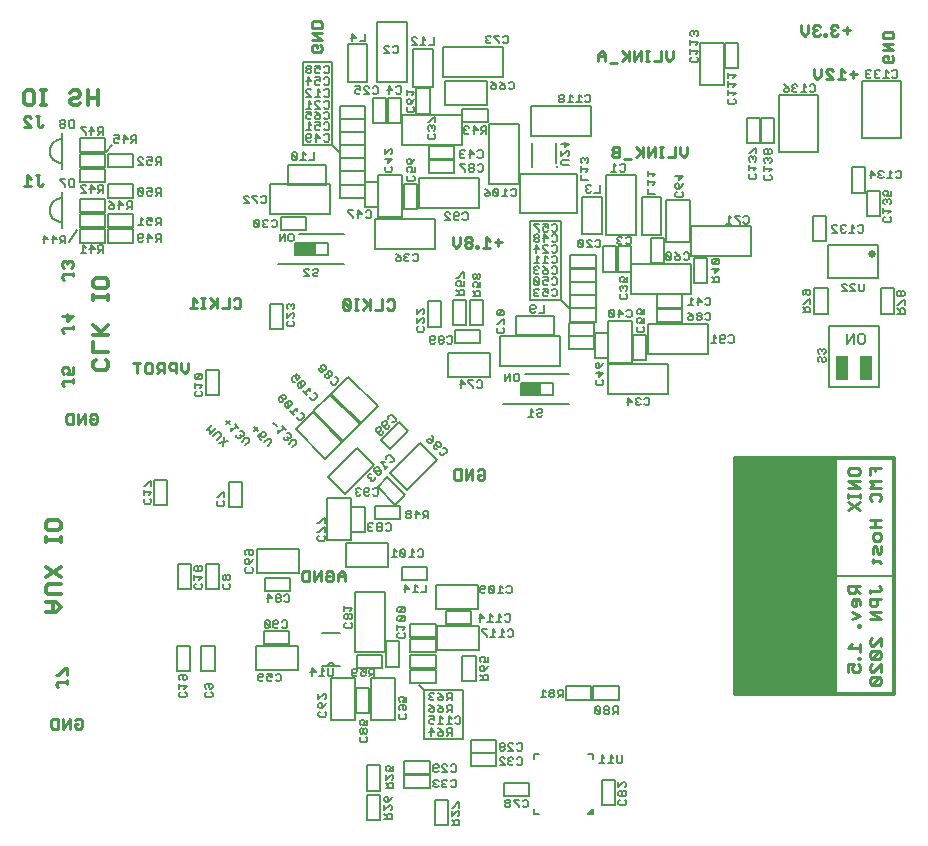
<source format=gbo>
G75*
%MOIN*%
%OFA0B0*%
%FSLAX25Y25*%
%IPPOS*%
%LPD*%
%AMOC8*
5,1,8,0,0,1.08239X$1,22.5*
%
%ADD10C,0.00600*%
%ADD11C,0.00900*%
%ADD12C,0.00500*%
%ADD13C,0.00591*%
%ADD14C,0.01181*%
%ADD15C,0.00787*%
%ADD16R,0.33465X0.78740*%
%ADD17C,0.01300*%
%ADD18R,0.07000X0.04000*%
%ADD19C,0.00800*%
%ADD20C,0.02559*%
%ADD21R,0.03937X0.07874*%
%ADD22C,0.00700*%
%ADD23C,0.01260*%
D10*
X0107253Y0089154D02*
X0107253Y0090005D01*
X0107678Y0090430D01*
X0107253Y0091629D02*
X0107253Y0093330D01*
X0107253Y0092480D02*
X0109805Y0092480D01*
X0108954Y0091629D01*
X0109379Y0090430D02*
X0109805Y0090005D01*
X0109805Y0089154D01*
X0109379Y0088729D01*
X0107678Y0088729D01*
X0107253Y0089154D01*
X0107678Y0094529D02*
X0107253Y0094955D01*
X0107253Y0095805D01*
X0107678Y0096231D01*
X0109379Y0096231D01*
X0109805Y0095805D01*
X0109805Y0094955D01*
X0109379Y0094529D01*
X0108954Y0094529D01*
X0108529Y0094955D01*
X0108529Y0096231D01*
X0115914Y0092905D02*
X0116339Y0093330D01*
X0118041Y0093330D01*
X0118466Y0092905D01*
X0118466Y0092055D01*
X0118041Y0091629D01*
X0117615Y0091629D01*
X0117190Y0092055D01*
X0117190Y0093330D01*
X0115914Y0092905D02*
X0115914Y0092055D01*
X0116339Y0091629D01*
X0116339Y0090430D02*
X0115914Y0090005D01*
X0115914Y0089154D01*
X0116339Y0088729D01*
X0118041Y0088729D01*
X0118466Y0089154D01*
X0118466Y0090005D01*
X0118041Y0090430D01*
X0133678Y0094560D02*
X0133678Y0096261D01*
X0134104Y0096686D01*
X0134954Y0096686D01*
X0135380Y0096261D01*
X0135380Y0095836D01*
X0134954Y0095411D01*
X0133678Y0095411D01*
X0133678Y0094560D02*
X0134104Y0094135D01*
X0134954Y0094135D01*
X0135380Y0094560D01*
X0136579Y0094560D02*
X0137004Y0094135D01*
X0137854Y0094135D01*
X0138280Y0094560D01*
X0138280Y0095411D02*
X0137429Y0095836D01*
X0137004Y0095836D01*
X0136579Y0095411D01*
X0136579Y0094560D01*
X0138280Y0095411D02*
X0138280Y0096686D01*
X0136579Y0096686D01*
X0139479Y0096261D02*
X0139904Y0096686D01*
X0140755Y0096686D01*
X0141180Y0096261D01*
X0141180Y0094560D01*
X0140755Y0094135D01*
X0139904Y0094135D01*
X0139479Y0094560D01*
X0151092Y0097090D02*
X0152793Y0097090D01*
X0151518Y0098366D01*
X0151518Y0095814D01*
X0153992Y0095814D02*
X0155694Y0095814D01*
X0154843Y0095814D02*
X0154843Y0098366D01*
X0155694Y0097515D01*
X0156893Y0098366D02*
X0156893Y0096239D01*
X0157318Y0095814D01*
X0158168Y0095814D01*
X0158594Y0096239D01*
X0158594Y0098366D01*
X0158890Y0099240D02*
X0158888Y0099302D01*
X0158882Y0099363D01*
X0158873Y0099424D01*
X0158860Y0099484D01*
X0158843Y0099543D01*
X0158822Y0099601D01*
X0158798Y0099658D01*
X0158771Y0099713D01*
X0158740Y0099766D01*
X0158706Y0099818D01*
X0158669Y0099867D01*
X0158629Y0099914D01*
X0158586Y0099958D01*
X0158541Y0099999D01*
X0158493Y0100038D01*
X0158442Y0100074D01*
X0158390Y0100106D01*
X0158336Y0100135D01*
X0158280Y0100161D01*
X0158222Y0100183D01*
X0158164Y0100202D01*
X0158104Y0100217D01*
X0158043Y0100228D01*
X0157982Y0100236D01*
X0157921Y0100240D01*
X0157859Y0100240D01*
X0157798Y0100236D01*
X0157737Y0100228D01*
X0157676Y0100217D01*
X0157616Y0100202D01*
X0157558Y0100183D01*
X0157500Y0100161D01*
X0157444Y0100135D01*
X0157390Y0100106D01*
X0157338Y0100074D01*
X0157287Y0100038D01*
X0157239Y0099999D01*
X0157194Y0099958D01*
X0157151Y0099914D01*
X0157111Y0099867D01*
X0157074Y0099818D01*
X0157040Y0099766D01*
X0157009Y0099713D01*
X0156982Y0099658D01*
X0156958Y0099601D01*
X0156937Y0099543D01*
X0156920Y0099484D01*
X0156907Y0099424D01*
X0156898Y0099363D01*
X0156892Y0099302D01*
X0156890Y0099240D01*
X0154815Y0099138D02*
X0160965Y0099138D01*
X0164919Y0097867D02*
X0165344Y0098293D01*
X0166195Y0098293D01*
X0166620Y0097867D01*
X0166620Y0097442D01*
X0166195Y0097017D01*
X0164919Y0097017D01*
X0164919Y0097867D02*
X0164919Y0096166D01*
X0165344Y0095741D01*
X0166195Y0095741D01*
X0166620Y0096166D01*
X0167819Y0096166D02*
X0168244Y0095741D01*
X0169095Y0095741D01*
X0169520Y0096166D01*
X0169520Y0097017D02*
X0168669Y0097442D01*
X0168244Y0097442D01*
X0167819Y0097017D01*
X0167819Y0096166D01*
X0169520Y0097017D02*
X0169520Y0098293D01*
X0167819Y0098293D01*
X0170719Y0097867D02*
X0170719Y0097017D01*
X0171144Y0096592D01*
X0172420Y0096592D01*
X0171569Y0096592D02*
X0170719Y0095741D01*
X0172420Y0095741D02*
X0172420Y0098293D01*
X0171144Y0098293D01*
X0170719Y0097867D01*
X0180513Y0088581D02*
X0180513Y0087730D01*
X0180938Y0087305D01*
X0181788Y0087305D02*
X0182214Y0088156D01*
X0182214Y0088581D01*
X0181788Y0089006D01*
X0180938Y0089006D01*
X0180513Y0088581D01*
X0181788Y0087305D02*
X0183064Y0087305D01*
X0183064Y0089006D01*
X0182639Y0086106D02*
X0183064Y0085681D01*
X0183064Y0084830D01*
X0182639Y0084405D01*
X0182214Y0084405D01*
X0181788Y0084830D01*
X0181788Y0086106D01*
X0180938Y0086106D02*
X0182639Y0086106D01*
X0180938Y0086106D02*
X0180513Y0085681D01*
X0180513Y0084830D01*
X0180938Y0084405D01*
X0180938Y0083206D02*
X0180513Y0082781D01*
X0180513Y0081930D01*
X0180938Y0081505D01*
X0182639Y0081505D01*
X0183064Y0081930D01*
X0183064Y0082781D01*
X0182639Y0083206D01*
X0190678Y0082395D02*
X0192380Y0082395D01*
X0192380Y0081119D01*
X0191529Y0081544D01*
X0191104Y0081544D01*
X0190678Y0081119D01*
X0190678Y0080269D01*
X0191104Y0079843D01*
X0191954Y0079843D01*
X0192380Y0080269D01*
X0193579Y0079843D02*
X0195280Y0079843D01*
X0194429Y0079843D02*
X0194429Y0082395D01*
X0195280Y0081544D01*
X0196479Y0079843D02*
X0198180Y0079843D01*
X0197329Y0079843D02*
X0197329Y0082395D01*
X0198180Y0081544D01*
X0199379Y0081970D02*
X0199804Y0082395D01*
X0200655Y0082395D01*
X0201080Y0081970D01*
X0201080Y0080269D01*
X0200655Y0079843D01*
X0199804Y0079843D01*
X0199379Y0080269D01*
X0198180Y0078458D02*
X0196904Y0078458D01*
X0196479Y0078033D01*
X0196479Y0077182D01*
X0196904Y0076757D01*
X0198180Y0076757D01*
X0198180Y0075906D02*
X0198180Y0078458D01*
X0197329Y0076757D02*
X0196479Y0075906D01*
X0195280Y0076332D02*
X0194854Y0075906D01*
X0194004Y0075906D01*
X0193579Y0076332D01*
X0193579Y0076757D01*
X0194004Y0077182D01*
X0195280Y0077182D01*
X0195280Y0076332D01*
X0195280Y0077182D02*
X0194429Y0078033D01*
X0193579Y0078458D01*
X0192380Y0077182D02*
X0190678Y0077182D01*
X0191104Y0075906D02*
X0191104Y0078458D01*
X0192380Y0077182D01*
X0191954Y0083780D02*
X0191104Y0083780D01*
X0190678Y0084206D01*
X0190678Y0084631D01*
X0191104Y0085056D01*
X0192380Y0085056D01*
X0192380Y0084206D01*
X0191954Y0083780D01*
X0192380Y0085056D02*
X0191529Y0085907D01*
X0190678Y0086332D01*
X0191104Y0087717D02*
X0191954Y0087717D01*
X0192380Y0088143D01*
X0193579Y0088143D02*
X0193579Y0088568D01*
X0194004Y0088993D01*
X0195280Y0088993D01*
X0195280Y0088143D01*
X0194854Y0087717D01*
X0194004Y0087717D01*
X0193579Y0088143D01*
X0193579Y0086332D02*
X0194429Y0085907D01*
X0195280Y0085056D01*
X0194004Y0085056D01*
X0193579Y0084631D01*
X0193579Y0084206D01*
X0194004Y0083780D01*
X0194854Y0083780D01*
X0195280Y0084206D01*
X0195280Y0085056D01*
X0196479Y0085056D02*
X0196904Y0084631D01*
X0198180Y0084631D01*
X0198180Y0083780D02*
X0198180Y0086332D01*
X0196904Y0086332D01*
X0196479Y0085907D01*
X0196479Y0085056D01*
X0197329Y0084631D02*
X0196479Y0083780D01*
X0196479Y0087717D02*
X0197329Y0088568D01*
X0196904Y0088568D02*
X0198180Y0088568D01*
X0198180Y0087717D02*
X0198180Y0090269D01*
X0196904Y0090269D01*
X0196479Y0089844D01*
X0196479Y0088993D01*
X0196904Y0088568D01*
X0195280Y0088993D02*
X0194429Y0089844D01*
X0193579Y0090269D01*
X0192380Y0089844D02*
X0191954Y0090269D01*
X0191104Y0090269D01*
X0190678Y0089844D01*
X0190678Y0089419D01*
X0191104Y0088993D01*
X0190678Y0088568D01*
X0190678Y0088143D01*
X0191104Y0087717D01*
X0191104Y0088993D02*
X0191529Y0088993D01*
X0207646Y0094635D02*
X0210198Y0094635D01*
X0210198Y0095911D01*
X0209773Y0096336D01*
X0208922Y0096336D01*
X0208497Y0095911D01*
X0208497Y0094635D01*
X0208497Y0095485D02*
X0207646Y0096336D01*
X0208072Y0097535D02*
X0207646Y0097960D01*
X0207646Y0098811D01*
X0208072Y0099236D01*
X0208497Y0099236D01*
X0208922Y0098811D01*
X0208922Y0097535D01*
X0208072Y0097535D01*
X0208922Y0097535D02*
X0209773Y0098385D01*
X0210198Y0099236D01*
X0210198Y0100435D02*
X0208922Y0100435D01*
X0209348Y0101285D01*
X0209348Y0101711D01*
X0208922Y0102136D01*
X0208072Y0102136D01*
X0207646Y0101711D01*
X0207646Y0100860D01*
X0208072Y0100435D01*
X0210198Y0100435D02*
X0210198Y0102136D01*
X0209826Y0108859D02*
X0209826Y0109284D01*
X0208125Y0110986D01*
X0208125Y0111411D01*
X0209826Y0111411D01*
X0211876Y0111411D02*
X0211876Y0108859D01*
X0212727Y0108859D02*
X0211025Y0108859D01*
X0212727Y0110560D02*
X0211876Y0111411D01*
X0211801Y0113946D02*
X0210100Y0113946D01*
X0210951Y0113946D02*
X0210951Y0116497D01*
X0211801Y0115647D01*
X0213000Y0113946D02*
X0214701Y0113946D01*
X0213851Y0113946D02*
X0213851Y0116497D01*
X0214701Y0115647D01*
X0215900Y0116072D02*
X0216326Y0116497D01*
X0217176Y0116497D01*
X0217602Y0116072D01*
X0217602Y0114371D01*
X0217176Y0113946D01*
X0216326Y0113946D01*
X0215900Y0114371D01*
X0214776Y0111411D02*
X0214776Y0108859D01*
X0215627Y0108859D02*
X0213925Y0108859D01*
X0215627Y0110560D02*
X0214776Y0111411D01*
X0216826Y0110986D02*
X0217251Y0111411D01*
X0218101Y0111411D01*
X0218527Y0110986D01*
X0218527Y0109284D01*
X0218101Y0108859D01*
X0217251Y0108859D01*
X0216826Y0109284D01*
X0208901Y0115222D02*
X0207200Y0115222D01*
X0207625Y0116497D02*
X0208901Y0115222D01*
X0207625Y0116497D02*
X0207625Y0113946D01*
X0208157Y0123426D02*
X0207732Y0123851D01*
X0207732Y0125552D01*
X0208157Y0125978D01*
X0209007Y0125978D01*
X0209433Y0125552D01*
X0209433Y0125127D01*
X0209007Y0124702D01*
X0207732Y0124702D01*
X0208157Y0123426D02*
X0209007Y0123426D01*
X0209433Y0123851D01*
X0210632Y0123851D02*
X0211057Y0123426D01*
X0211908Y0123426D01*
X0212333Y0123851D01*
X0210632Y0125552D01*
X0210632Y0123851D01*
X0212333Y0123851D02*
X0212333Y0125552D01*
X0211908Y0125978D01*
X0211057Y0125978D01*
X0210632Y0125552D01*
X0213532Y0123426D02*
X0215233Y0123426D01*
X0214382Y0123426D02*
X0214382Y0125978D01*
X0215233Y0125127D01*
X0216432Y0125552D02*
X0216857Y0125978D01*
X0217708Y0125978D01*
X0218133Y0125552D01*
X0218133Y0123851D01*
X0217708Y0123426D01*
X0216857Y0123426D01*
X0216432Y0123851D01*
X0189743Y0123694D02*
X0188042Y0123694D01*
X0186843Y0123694D02*
X0185142Y0123694D01*
X0185992Y0123694D02*
X0185992Y0126245D01*
X0186843Y0125395D01*
X0183943Y0124970D02*
X0182241Y0124970D01*
X0182667Y0126245D02*
X0183943Y0124970D01*
X0182667Y0126245D02*
X0182667Y0123694D01*
X0182214Y0118816D02*
X0180513Y0117115D01*
X0180087Y0117540D01*
X0180087Y0118390D01*
X0180513Y0118816D01*
X0182214Y0118816D01*
X0182639Y0118390D01*
X0182639Y0117540D01*
X0182214Y0117115D01*
X0180513Y0117115D01*
X0180513Y0115916D02*
X0180087Y0115490D01*
X0180087Y0114640D01*
X0180513Y0114214D01*
X0182214Y0115916D01*
X0180513Y0115916D01*
X0182214Y0115916D02*
X0182639Y0115490D01*
X0182639Y0114640D01*
X0182214Y0114214D01*
X0180513Y0114214D01*
X0180087Y0113015D02*
X0180087Y0111314D01*
X0180087Y0112165D02*
X0182639Y0112165D01*
X0181789Y0111314D01*
X0182214Y0110115D02*
X0182639Y0109690D01*
X0182639Y0108839D01*
X0182214Y0108414D01*
X0180513Y0108414D01*
X0180087Y0108839D01*
X0180087Y0109690D01*
X0180513Y0110115D01*
X0164978Y0112277D02*
X0164552Y0111852D01*
X0162851Y0111852D01*
X0162426Y0112277D01*
X0162426Y0113128D01*
X0162851Y0113553D01*
X0162851Y0114752D02*
X0163277Y0114752D01*
X0163702Y0115177D01*
X0163702Y0116028D01*
X0163277Y0116453D01*
X0162851Y0116453D01*
X0162426Y0116028D01*
X0162426Y0115177D01*
X0162851Y0114752D01*
X0163702Y0115177D02*
X0164127Y0114752D01*
X0164552Y0114752D01*
X0164978Y0115177D01*
X0164978Y0116028D01*
X0164552Y0116453D01*
X0164127Y0116453D01*
X0163702Y0116028D01*
X0164127Y0117652D02*
X0164978Y0118502D01*
X0162426Y0118502D01*
X0162426Y0117652D02*
X0162426Y0119353D01*
X0164552Y0113553D02*
X0164978Y0113128D01*
X0164978Y0112277D01*
X0160965Y0110339D02*
X0154815Y0110339D01*
X0143286Y0112308D02*
X0143286Y0114009D01*
X0142861Y0114434D01*
X0142010Y0114434D01*
X0141585Y0114009D01*
X0140386Y0114009D02*
X0140386Y0113584D01*
X0139961Y0113159D01*
X0138685Y0113159D01*
X0138685Y0114009D02*
X0138685Y0112308D01*
X0139110Y0111883D01*
X0139961Y0111883D01*
X0140386Y0112308D01*
X0141585Y0112308D02*
X0142010Y0111883D01*
X0142861Y0111883D01*
X0143286Y0112308D01*
X0140386Y0114009D02*
X0139961Y0114434D01*
X0139110Y0114434D01*
X0138685Y0114009D01*
X0137486Y0114009D02*
X0137061Y0114434D01*
X0136210Y0114434D01*
X0135785Y0114009D01*
X0137486Y0112308D01*
X0137061Y0111883D01*
X0136210Y0111883D01*
X0135785Y0112308D01*
X0135785Y0114009D01*
X0137486Y0114009D02*
X0137486Y0112308D01*
X0136997Y0120544D02*
X0136997Y0123096D01*
X0138273Y0121820D01*
X0136572Y0121820D01*
X0139472Y0122245D02*
X0139898Y0121820D01*
X0140748Y0121820D01*
X0141173Y0122245D01*
X0141173Y0122671D01*
X0140748Y0123096D01*
X0139898Y0123096D01*
X0139472Y0122671D01*
X0139472Y0122245D01*
X0139898Y0121820D02*
X0139472Y0121395D01*
X0139472Y0120969D01*
X0139898Y0120544D01*
X0140748Y0120544D01*
X0141173Y0120969D01*
X0141173Y0121395D01*
X0140748Y0121820D01*
X0142372Y0122671D02*
X0142798Y0123096D01*
X0143648Y0123096D01*
X0144074Y0122671D01*
X0144074Y0120969D01*
X0143648Y0120544D01*
X0142798Y0120544D01*
X0142372Y0120969D01*
X0131883Y0130749D02*
X0131883Y0131600D01*
X0131458Y0132025D01*
X0131883Y0130749D02*
X0131458Y0130324D01*
X0129757Y0130324D01*
X0129331Y0130749D01*
X0129331Y0131600D01*
X0129757Y0132025D01*
X0129757Y0133224D02*
X0129331Y0133649D01*
X0129331Y0134500D01*
X0129757Y0134925D01*
X0130182Y0134925D01*
X0130607Y0134500D01*
X0130607Y0133224D01*
X0129757Y0133224D01*
X0130607Y0133224D02*
X0131458Y0134074D01*
X0131883Y0134925D01*
X0131458Y0136124D02*
X0131033Y0136124D01*
X0130607Y0136549D01*
X0130607Y0137825D01*
X0129757Y0137825D02*
X0131458Y0137825D01*
X0131883Y0137400D01*
X0131883Y0136549D01*
X0131458Y0136124D01*
X0129757Y0136124D02*
X0129331Y0136549D01*
X0129331Y0137400D01*
X0129757Y0137825D01*
X0123946Y0129551D02*
X0123521Y0129551D01*
X0123096Y0129126D01*
X0123096Y0128275D01*
X0123521Y0127850D01*
X0123946Y0127850D01*
X0124371Y0128275D01*
X0124371Y0129126D01*
X0123946Y0129551D01*
X0123096Y0129126D02*
X0122670Y0129551D01*
X0122245Y0129551D01*
X0121820Y0129126D01*
X0121820Y0128275D01*
X0122245Y0127850D01*
X0122670Y0127850D01*
X0123096Y0128275D01*
X0123946Y0126651D02*
X0124371Y0126225D01*
X0124371Y0125375D01*
X0123946Y0124950D01*
X0122245Y0124950D01*
X0121820Y0125375D01*
X0121820Y0126225D01*
X0122245Y0126651D01*
X0114923Y0126225D02*
X0114923Y0125375D01*
X0114497Y0124950D01*
X0112796Y0124950D01*
X0112371Y0125375D01*
X0112371Y0126225D01*
X0112796Y0126651D01*
X0112371Y0127850D02*
X0112371Y0129551D01*
X0112371Y0128700D02*
X0114923Y0128700D01*
X0114072Y0127850D01*
X0114497Y0126651D02*
X0114923Y0126225D01*
X0114497Y0130750D02*
X0114072Y0130750D01*
X0113647Y0131175D01*
X0113647Y0132026D01*
X0113221Y0132451D01*
X0112796Y0132451D01*
X0112371Y0132026D01*
X0112371Y0131175D01*
X0112796Y0130750D01*
X0113221Y0130750D01*
X0113647Y0131175D01*
X0113647Y0132026D02*
X0114072Y0132451D01*
X0114497Y0132451D01*
X0114923Y0132026D01*
X0114923Y0131175D01*
X0114497Y0130750D01*
X0120276Y0152509D02*
X0119851Y0152934D01*
X0119851Y0153785D01*
X0120276Y0154210D01*
X0120276Y0155409D02*
X0119851Y0155409D01*
X0120276Y0155409D02*
X0121978Y0157110D01*
X0122403Y0157110D01*
X0122403Y0155409D01*
X0121978Y0154210D02*
X0122403Y0153785D01*
X0122403Y0152934D01*
X0121978Y0152509D01*
X0120276Y0152509D01*
X0097994Y0153721D02*
X0097568Y0153296D01*
X0095867Y0153296D01*
X0095442Y0153721D01*
X0095442Y0154572D01*
X0095867Y0154997D01*
X0095442Y0156196D02*
X0095442Y0157897D01*
X0095442Y0157047D02*
X0097994Y0157047D01*
X0097143Y0156196D01*
X0097568Y0154997D02*
X0097994Y0154572D01*
X0097994Y0153721D01*
X0097994Y0159096D02*
X0097994Y0160797D01*
X0097568Y0160797D01*
X0095867Y0159096D01*
X0095442Y0159096D01*
X0116524Y0177764D02*
X0117727Y0177764D01*
X0117727Y0176561D01*
X0119532Y0178366D01*
X0120079Y0177217D02*
X0120680Y0177217D01*
X0121282Y0176616D01*
X0121282Y0176014D01*
X0119778Y0174510D01*
X0120626Y0173663D02*
X0123633Y0174264D01*
X0122430Y0175467D02*
X0121829Y0172460D01*
X0118575Y0175713D02*
X0120079Y0177217D01*
X0118329Y0179568D02*
X0116524Y0177764D01*
X0122920Y0179773D02*
X0124123Y0180976D01*
X0122920Y0180976D02*
X0124123Y0179773D01*
X0124670Y0178625D02*
X0124670Y0177422D01*
X0126475Y0179226D01*
X0127076Y0178625D02*
X0125873Y0179828D01*
X0127623Y0177476D02*
X0128225Y0177476D01*
X0128826Y0176875D01*
X0128826Y0176273D01*
X0128525Y0175973D01*
X0127924Y0175973D01*
X0127623Y0176273D01*
X0127924Y0175973D02*
X0127924Y0175371D01*
X0127623Y0175070D01*
X0127022Y0175070D01*
X0126420Y0175672D01*
X0126420Y0176273D01*
X0128170Y0173922D02*
X0129373Y0175125D01*
X0130576Y0175125D01*
X0130576Y0173922D01*
X0129373Y0172719D01*
X0133559Y0175817D02*
X0134461Y0176719D01*
X0134762Y0175817D01*
X0135062Y0175516D01*
X0135664Y0175516D01*
X0136265Y0176118D01*
X0136265Y0176719D01*
X0135664Y0177321D01*
X0135062Y0177321D01*
X0133613Y0177567D02*
X0132410Y0178770D01*
X0132410Y0177567D02*
X0133613Y0178770D01*
X0133559Y0175817D02*
X0134762Y0174614D01*
X0135609Y0173766D02*
X0136812Y0174969D01*
X0138015Y0174969D01*
X0138015Y0173766D01*
X0136812Y0172563D01*
X0140395Y0176728D02*
X0142200Y0178532D01*
X0142801Y0177931D02*
X0141598Y0179134D01*
X0140395Y0177931D02*
X0140395Y0176728D01*
X0142145Y0175579D02*
X0142145Y0174978D01*
X0142747Y0174376D01*
X0143348Y0174376D01*
X0143649Y0174677D01*
X0143649Y0175279D01*
X0144250Y0175279D01*
X0144551Y0175579D01*
X0144551Y0176181D01*
X0143950Y0176782D01*
X0143348Y0176782D01*
X0143348Y0175579D02*
X0143649Y0175279D01*
X0145098Y0174431D02*
X0146301Y0174431D01*
X0146301Y0173228D01*
X0145098Y0172025D01*
X0143895Y0173228D02*
X0145098Y0174431D01*
X0139848Y0179079D02*
X0138645Y0180282D01*
X0143104Y0185197D02*
X0143706Y0185197D01*
X0143706Y0187602D01*
X0142503Y0186399D01*
X0142503Y0185798D01*
X0143104Y0185197D01*
X0143706Y0185197D02*
X0144908Y0186399D01*
X0144908Y0187001D01*
X0144307Y0187602D01*
X0143706Y0187602D01*
X0142858Y0188450D02*
X0142557Y0188149D01*
X0141956Y0188149D01*
X0141354Y0188751D01*
X0140753Y0188751D01*
X0140452Y0188450D01*
X0140452Y0187849D01*
X0141053Y0187247D01*
X0141655Y0187247D01*
X0141956Y0187548D01*
X0141956Y0188149D01*
X0141354Y0188751D02*
X0141354Y0189352D01*
X0141655Y0189653D01*
X0142256Y0189653D01*
X0142858Y0189052D01*
X0142858Y0188450D01*
X0144253Y0184048D02*
X0145455Y0182845D01*
X0144854Y0183447D02*
X0146658Y0185251D01*
X0146658Y0184048D01*
X0147807Y0183501D02*
X0148408Y0183501D01*
X0149010Y0182900D01*
X0149010Y0182298D01*
X0147807Y0181095D01*
X0147205Y0181095D01*
X0146604Y0181697D01*
X0146604Y0182298D01*
X0151536Y0187788D02*
X0150935Y0188390D01*
X0150935Y0188991D01*
X0149786Y0189538D02*
X0148583Y0190741D01*
X0149185Y0190139D02*
X0150989Y0191944D01*
X0150989Y0190741D01*
X0152138Y0190194D02*
X0152739Y0190194D01*
X0153341Y0189592D01*
X0153341Y0188991D01*
X0152138Y0187788D01*
X0151536Y0187788D01*
X0148036Y0191889D02*
X0148036Y0194295D01*
X0146833Y0193092D01*
X0146833Y0192491D01*
X0147435Y0191889D01*
X0148036Y0191889D01*
X0149239Y0193092D01*
X0149239Y0193694D01*
X0148638Y0194295D01*
X0148036Y0194295D01*
X0147489Y0195444D02*
X0146587Y0194542D01*
X0146286Y0195444D01*
X0145986Y0195744D01*
X0145384Y0195744D01*
X0144783Y0195143D01*
X0144783Y0194542D01*
X0145384Y0193940D01*
X0145986Y0193940D01*
X0147489Y0195444D02*
X0146286Y0196647D01*
X0153838Y0197691D02*
X0154439Y0197090D01*
X0155041Y0197090D01*
X0155341Y0197390D01*
X0155341Y0197992D01*
X0154740Y0198593D01*
X0154138Y0198593D01*
X0153838Y0198293D01*
X0153838Y0197691D01*
X0154740Y0198593D02*
X0154740Y0199195D01*
X0155041Y0199496D01*
X0155642Y0199496D01*
X0156244Y0198894D01*
X0156244Y0198293D01*
X0155943Y0197992D01*
X0155341Y0197992D01*
X0156189Y0196543D02*
X0155888Y0196242D01*
X0155888Y0195641D01*
X0156490Y0195039D01*
X0157091Y0195039D01*
X0157392Y0195340D01*
X0157392Y0195941D01*
X0156791Y0196543D01*
X0156189Y0196543D01*
X0156791Y0196543D02*
X0156791Y0197144D01*
X0157091Y0197445D01*
X0157693Y0197445D01*
X0158294Y0196843D01*
X0158294Y0196242D01*
X0157994Y0195941D01*
X0157392Y0195941D01*
X0157939Y0194191D02*
X0157939Y0193590D01*
X0158541Y0192988D01*
X0159142Y0192988D01*
X0160345Y0194191D01*
X0160345Y0194793D01*
X0159743Y0195394D01*
X0159142Y0195394D01*
X0175029Y0180155D02*
X0175630Y0180756D01*
X0176232Y0180756D01*
X0176532Y0180456D01*
X0176532Y0179854D01*
X0175630Y0178952D01*
X0175029Y0179553D02*
X0176232Y0178350D01*
X0176833Y0178350D01*
X0177435Y0178952D01*
X0177435Y0179553D01*
X0178282Y0180401D02*
X0178884Y0180401D01*
X0179485Y0181003D01*
X0179485Y0181604D01*
X0178282Y0182807D01*
X0177681Y0182807D01*
X0177079Y0182205D01*
X0177079Y0181604D01*
X0175029Y0180155D02*
X0175029Y0179553D01*
X0174181Y0178706D02*
X0174482Y0178405D01*
X0174482Y0177803D01*
X0173580Y0176901D01*
X0174181Y0176300D02*
X0172978Y0177503D01*
X0172978Y0178104D01*
X0173580Y0178706D01*
X0174181Y0178706D01*
X0175384Y0177503D02*
X0175384Y0176901D01*
X0174782Y0176300D01*
X0174181Y0176300D01*
X0176974Y0169482D02*
X0177576Y0169482D01*
X0178779Y0168279D01*
X0178779Y0167678D01*
X0178177Y0167076D01*
X0177576Y0167076D01*
X0177029Y0165928D02*
X0175826Y0164725D01*
X0176427Y0165326D02*
X0174623Y0167131D01*
X0175826Y0167131D01*
X0176373Y0168279D02*
X0176373Y0168881D01*
X0176974Y0169482D01*
X0173475Y0165381D02*
X0172873Y0165381D01*
X0172272Y0164779D01*
X0172272Y0164178D01*
X0174677Y0164178D01*
X0174677Y0163576D01*
X0174076Y0162975D01*
X0173475Y0162975D01*
X0172272Y0164178D01*
X0171424Y0163330D02*
X0170822Y0163330D01*
X0170221Y0162729D01*
X0170221Y0162127D01*
X0170522Y0161826D01*
X0171123Y0161826D01*
X0171123Y0161225D01*
X0171424Y0160924D01*
X0172025Y0160924D01*
X0172627Y0161526D01*
X0172627Y0162127D01*
X0171424Y0162127D02*
X0171123Y0161826D01*
X0170325Y0158565D02*
X0169474Y0158565D01*
X0169049Y0158139D01*
X0169049Y0156438D01*
X0169474Y0156013D01*
X0170325Y0156013D01*
X0170750Y0156438D01*
X0170325Y0157289D02*
X0169049Y0157289D01*
X0170325Y0157289D02*
X0170750Y0157714D01*
X0170750Y0158139D01*
X0170325Y0158565D01*
X0171949Y0158139D02*
X0172374Y0158565D01*
X0173225Y0158565D01*
X0173650Y0158139D01*
X0173650Y0156438D01*
X0173225Y0156013D01*
X0172374Y0156013D01*
X0171949Y0156438D01*
X0167850Y0156438D02*
X0167424Y0156013D01*
X0166574Y0156013D01*
X0166149Y0156438D01*
X0166149Y0156863D01*
X0166574Y0157289D01*
X0166999Y0157289D01*
X0166574Y0157289D02*
X0166149Y0157714D01*
X0166149Y0158139D01*
X0166574Y0158565D01*
X0167424Y0158565D01*
X0167850Y0158139D01*
X0174677Y0164178D02*
X0173475Y0165381D01*
X0183316Y0151017D02*
X0182891Y0150592D01*
X0182891Y0150167D01*
X0183316Y0149741D01*
X0184167Y0149741D01*
X0184592Y0150167D01*
X0184592Y0150592D01*
X0184167Y0151017D01*
X0183316Y0151017D01*
X0183316Y0149741D02*
X0182891Y0149316D01*
X0182891Y0148891D01*
X0183316Y0148465D01*
X0184167Y0148465D01*
X0184592Y0148891D01*
X0184592Y0149316D01*
X0184167Y0149741D01*
X0185791Y0149741D02*
X0187492Y0149741D01*
X0186216Y0151017D01*
X0186216Y0148465D01*
X0188691Y0148465D02*
X0189542Y0149316D01*
X0189117Y0149316D02*
X0190392Y0149316D01*
X0190392Y0148465D02*
X0190392Y0151017D01*
X0189117Y0151017D01*
X0188691Y0150592D01*
X0188691Y0149741D01*
X0189117Y0149316D01*
X0188143Y0138025D02*
X0188568Y0137600D01*
X0188568Y0135899D01*
X0188143Y0135473D01*
X0187292Y0135473D01*
X0186867Y0135899D01*
X0185668Y0135473D02*
X0183967Y0135473D01*
X0184817Y0135473D02*
X0184817Y0138025D01*
X0185668Y0137174D01*
X0186867Y0137600D02*
X0187292Y0138025D01*
X0188143Y0138025D01*
X0182768Y0137600D02*
X0182343Y0138025D01*
X0181492Y0138025D01*
X0181067Y0137600D01*
X0182768Y0135899D01*
X0182343Y0135473D01*
X0181492Y0135473D01*
X0181067Y0135899D01*
X0181067Y0137600D01*
X0179868Y0137174D02*
X0179017Y0138025D01*
X0179017Y0135473D01*
X0178167Y0135473D02*
X0179868Y0135473D01*
X0182768Y0135899D02*
X0182768Y0137600D01*
X0177412Y0144261D02*
X0176562Y0144261D01*
X0176137Y0144686D01*
X0174938Y0144686D02*
X0174938Y0145111D01*
X0174512Y0145537D01*
X0173662Y0145537D01*
X0173237Y0145111D01*
X0173237Y0144686D01*
X0173662Y0144261D01*
X0174512Y0144261D01*
X0174938Y0144686D01*
X0174512Y0145537D02*
X0174938Y0145962D01*
X0174938Y0146387D01*
X0174512Y0146812D01*
X0173662Y0146812D01*
X0173237Y0146387D01*
X0173237Y0145962D01*
X0173662Y0145537D01*
X0172038Y0146387D02*
X0171612Y0146812D01*
X0170762Y0146812D01*
X0170336Y0146387D01*
X0170336Y0145962D01*
X0170762Y0145537D01*
X0170336Y0145111D01*
X0170336Y0144686D01*
X0170762Y0144261D01*
X0171612Y0144261D01*
X0172038Y0144686D01*
X0171187Y0145537D02*
X0170762Y0145537D01*
X0176137Y0146387D02*
X0176562Y0146812D01*
X0177412Y0146812D01*
X0177838Y0146387D01*
X0177838Y0144686D01*
X0177412Y0144261D01*
X0155899Y0143854D02*
X0155899Y0145555D01*
X0155474Y0145555D01*
X0153773Y0143854D01*
X0153347Y0143854D01*
X0153773Y0142655D02*
X0153347Y0142229D01*
X0153347Y0141379D01*
X0153773Y0140954D01*
X0155474Y0140954D01*
X0155899Y0141379D01*
X0155899Y0142229D01*
X0155474Y0142655D01*
X0155899Y0146754D02*
X0155899Y0148455D01*
X0155474Y0148455D01*
X0153773Y0146754D01*
X0153347Y0146754D01*
X0189743Y0126245D02*
X0189743Y0123694D01*
X0155867Y0089794D02*
X0155442Y0089794D01*
X0153741Y0088092D01*
X0153741Y0089794D01*
X0155867Y0089794D02*
X0156293Y0089368D01*
X0156293Y0088518D01*
X0155867Y0088092D01*
X0156293Y0086893D02*
X0155867Y0086043D01*
X0155017Y0085192D01*
X0155017Y0086468D01*
X0154592Y0086893D01*
X0154166Y0086893D01*
X0153741Y0086468D01*
X0153741Y0085618D01*
X0154166Y0085192D01*
X0155017Y0085192D01*
X0155867Y0083993D02*
X0156293Y0083568D01*
X0156293Y0082717D01*
X0155867Y0082292D01*
X0154166Y0082292D01*
X0153741Y0082717D01*
X0153741Y0083568D01*
X0154166Y0083993D01*
X0167489Y0080845D02*
X0167489Y0079994D01*
X0167914Y0079569D01*
X0168765Y0079569D02*
X0169190Y0080419D01*
X0169190Y0080845D01*
X0168765Y0081270D01*
X0167914Y0081270D01*
X0167489Y0080845D01*
X0168765Y0079569D02*
X0170041Y0079569D01*
X0170041Y0081270D01*
X0169615Y0078370D02*
X0169190Y0078370D01*
X0168765Y0077945D01*
X0168765Y0077094D01*
X0169190Y0076669D01*
X0169615Y0076669D01*
X0170041Y0077094D01*
X0170041Y0077945D01*
X0169615Y0078370D01*
X0168765Y0077945D02*
X0168340Y0078370D01*
X0167914Y0078370D01*
X0167489Y0077945D01*
X0167489Y0077094D01*
X0167914Y0076669D01*
X0168340Y0076669D01*
X0168765Y0077094D01*
X0169615Y0075470D02*
X0170041Y0075044D01*
X0170041Y0074194D01*
X0169615Y0073769D01*
X0167914Y0073769D01*
X0167489Y0074194D01*
X0167489Y0075044D01*
X0167914Y0075470D01*
X0176576Y0065916D02*
X0176150Y0065490D01*
X0176150Y0064640D01*
X0176576Y0064214D01*
X0177426Y0064214D02*
X0177852Y0065065D01*
X0177852Y0065490D01*
X0177426Y0065916D01*
X0176576Y0065916D01*
X0177426Y0064214D02*
X0178702Y0064214D01*
X0178702Y0065916D01*
X0178277Y0063015D02*
X0178702Y0062590D01*
X0178702Y0061740D01*
X0178277Y0061314D01*
X0178277Y0060115D02*
X0177426Y0060115D01*
X0177001Y0059690D01*
X0177001Y0058414D01*
X0176150Y0058414D02*
X0178702Y0058414D01*
X0178702Y0059690D01*
X0178277Y0060115D01*
X0177001Y0059265D02*
X0176150Y0060115D01*
X0176150Y0061314D02*
X0177852Y0063015D01*
X0178277Y0063015D01*
X0176150Y0063015D02*
X0176150Y0061314D01*
X0176182Y0055679D02*
X0176607Y0055679D01*
X0177033Y0055254D01*
X0177033Y0053978D01*
X0176182Y0053978D01*
X0175757Y0054403D01*
X0175757Y0055254D01*
X0176182Y0055679D01*
X0177883Y0054829D02*
X0177033Y0053978D01*
X0177883Y0054829D02*
X0178308Y0055679D01*
X0177883Y0052779D02*
X0178308Y0052354D01*
X0178308Y0051503D01*
X0177883Y0051078D01*
X0177883Y0049879D02*
X0177033Y0049879D01*
X0176607Y0049454D01*
X0176607Y0048178D01*
X0175757Y0048178D02*
X0178308Y0048178D01*
X0178308Y0049454D01*
X0177883Y0049879D01*
X0176607Y0049029D02*
X0175757Y0049879D01*
X0175757Y0051078D02*
X0177458Y0052779D01*
X0177883Y0052779D01*
X0175757Y0052779D02*
X0175757Y0051078D01*
X0192084Y0059158D02*
X0192509Y0058733D01*
X0193360Y0058733D01*
X0193785Y0059158D01*
X0194984Y0059158D02*
X0195409Y0058733D01*
X0196260Y0058733D01*
X0196685Y0059158D01*
X0197884Y0059158D02*
X0198309Y0058733D01*
X0199160Y0058733D01*
X0199585Y0059158D01*
X0199585Y0060860D01*
X0199160Y0061285D01*
X0198309Y0061285D01*
X0197884Y0060860D01*
X0196685Y0060860D02*
X0196260Y0061285D01*
X0195409Y0061285D01*
X0194984Y0060860D01*
X0194984Y0060434D01*
X0195409Y0060009D01*
X0194984Y0059584D01*
X0194984Y0059158D01*
X0195409Y0060009D02*
X0195835Y0060009D01*
X0193785Y0060860D02*
X0193360Y0061285D01*
X0192509Y0061285D01*
X0192084Y0060860D01*
X0192084Y0060434D01*
X0192509Y0060009D01*
X0192084Y0059584D01*
X0192084Y0059158D01*
X0192509Y0060009D02*
X0192935Y0060009D01*
X0193360Y0063851D02*
X0192509Y0063851D01*
X0192084Y0064276D01*
X0192084Y0065978D01*
X0192509Y0066403D01*
X0193360Y0066403D01*
X0193785Y0065978D01*
X0193785Y0065552D01*
X0193360Y0065127D01*
X0192084Y0065127D01*
X0193360Y0063851D02*
X0193785Y0064276D01*
X0194984Y0063851D02*
X0196685Y0063851D01*
X0194984Y0065552D01*
X0194984Y0065978D01*
X0195409Y0066403D01*
X0196260Y0066403D01*
X0196685Y0065978D01*
X0197884Y0065978D02*
X0198309Y0066403D01*
X0199160Y0066403D01*
X0199585Y0065978D01*
X0199585Y0064276D01*
X0199160Y0063851D01*
X0198309Y0063851D01*
X0197884Y0064276D01*
X0200324Y0053711D02*
X0198623Y0052010D01*
X0198198Y0052010D01*
X0198198Y0050811D02*
X0198198Y0049110D01*
X0199899Y0050811D01*
X0200324Y0050811D01*
X0200749Y0050385D01*
X0200749Y0049535D01*
X0200324Y0049110D01*
X0200324Y0047911D02*
X0199474Y0047911D01*
X0199048Y0047485D01*
X0199048Y0046209D01*
X0198198Y0046209D02*
X0200749Y0046209D01*
X0200749Y0047485D01*
X0200324Y0047911D01*
X0199048Y0047060D02*
X0198198Y0047911D01*
X0200749Y0052010D02*
X0200749Y0053711D01*
X0200324Y0053711D01*
X0216006Y0053836D02*
X0216431Y0053411D01*
X0217282Y0053411D01*
X0217707Y0053836D01*
X0217707Y0054261D01*
X0217282Y0054686D01*
X0216431Y0054686D01*
X0216006Y0054261D01*
X0216006Y0053836D01*
X0216431Y0053411D02*
X0216006Y0052985D01*
X0216006Y0052560D01*
X0216431Y0052135D01*
X0217282Y0052135D01*
X0217707Y0052560D01*
X0217707Y0052985D01*
X0217282Y0053411D01*
X0218906Y0054261D02*
X0220607Y0052560D01*
X0220607Y0052135D01*
X0221806Y0052560D02*
X0222231Y0052135D01*
X0223082Y0052135D01*
X0223507Y0052560D01*
X0223507Y0054261D01*
X0223082Y0054686D01*
X0222231Y0054686D01*
X0221806Y0054261D01*
X0220607Y0054686D02*
X0218906Y0054686D01*
X0218906Y0054261D01*
X0218307Y0066213D02*
X0218733Y0066639D01*
X0218307Y0066213D02*
X0217457Y0066213D01*
X0217031Y0066639D01*
X0217031Y0067064D01*
X0217457Y0067489D01*
X0217882Y0067489D01*
X0217457Y0067489D02*
X0217031Y0067915D01*
X0217031Y0068340D01*
X0217457Y0068765D01*
X0218307Y0068765D01*
X0218733Y0068340D01*
X0219931Y0068340D02*
X0220357Y0068765D01*
X0221207Y0068765D01*
X0221633Y0068340D01*
X0221633Y0066639D01*
X0221207Y0066213D01*
X0220357Y0066213D01*
X0219931Y0066639D01*
X0215832Y0066213D02*
X0214131Y0067915D01*
X0214131Y0068340D01*
X0214557Y0068765D01*
X0215407Y0068765D01*
X0215832Y0068340D01*
X0215832Y0066213D02*
X0214131Y0066213D01*
X0214557Y0070938D02*
X0215407Y0070938D01*
X0215832Y0071363D01*
X0215832Y0071788D01*
X0215407Y0072214D01*
X0214557Y0072214D01*
X0214131Y0071788D01*
X0214131Y0071363D01*
X0214557Y0070938D01*
X0214557Y0072214D02*
X0214131Y0072639D01*
X0214131Y0073064D01*
X0214557Y0073490D01*
X0215407Y0073490D01*
X0215832Y0073064D01*
X0215832Y0072639D01*
X0215407Y0072214D01*
X0217031Y0072639D02*
X0217031Y0073064D01*
X0217457Y0073490D01*
X0218307Y0073490D01*
X0218733Y0073064D01*
X0219931Y0073064D02*
X0220357Y0073490D01*
X0221207Y0073490D01*
X0221633Y0073064D01*
X0221633Y0071363D01*
X0221207Y0070938D01*
X0220357Y0070938D01*
X0219931Y0071363D01*
X0218733Y0070938D02*
X0217031Y0072639D01*
X0217031Y0070938D02*
X0218733Y0070938D01*
X0227817Y0088749D02*
X0229518Y0088749D01*
X0228667Y0088749D02*
X0228667Y0091301D01*
X0229518Y0090450D01*
X0230717Y0090450D02*
X0231142Y0090025D01*
X0231993Y0090025D01*
X0232418Y0090450D01*
X0232418Y0090875D01*
X0231993Y0091301D01*
X0231142Y0091301D01*
X0230717Y0090875D01*
X0230717Y0090450D01*
X0231142Y0090025D02*
X0230717Y0089599D01*
X0230717Y0089174D01*
X0231142Y0088749D01*
X0231993Y0088749D01*
X0232418Y0089174D01*
X0232418Y0089599D01*
X0231993Y0090025D01*
X0233617Y0090025D02*
X0234042Y0089599D01*
X0235318Y0089599D01*
X0235318Y0088749D02*
X0235318Y0091301D01*
X0234042Y0091301D01*
X0233617Y0090875D01*
X0233617Y0090025D01*
X0234468Y0089599D02*
X0233617Y0088749D01*
X0246021Y0085269D02*
X0247722Y0083568D01*
X0247297Y0083143D01*
X0246446Y0083143D01*
X0246021Y0083568D01*
X0246021Y0085269D01*
X0246446Y0085694D01*
X0247297Y0085694D01*
X0247722Y0085269D01*
X0247722Y0083568D01*
X0248921Y0083568D02*
X0249346Y0083143D01*
X0250197Y0083143D01*
X0250622Y0083568D01*
X0250622Y0083993D01*
X0250197Y0084418D01*
X0249346Y0084418D01*
X0248921Y0083993D01*
X0248921Y0083568D01*
X0249346Y0084418D02*
X0248921Y0084844D01*
X0248921Y0085269D01*
X0249346Y0085694D01*
X0250197Y0085694D01*
X0250622Y0085269D01*
X0250622Y0084844D01*
X0250197Y0084418D01*
X0251821Y0084418D02*
X0252247Y0083993D01*
X0253522Y0083993D01*
X0252672Y0083993D02*
X0251821Y0083143D01*
X0251821Y0084418D02*
X0251821Y0085269D01*
X0252247Y0085694D01*
X0253522Y0085694D01*
X0253522Y0083143D01*
X0253172Y0069403D02*
X0253172Y0067276D01*
X0253597Y0066851D01*
X0254447Y0066851D01*
X0254873Y0067276D01*
X0254873Y0069403D01*
X0251973Y0068552D02*
X0251122Y0069403D01*
X0251122Y0066851D01*
X0251973Y0066851D02*
X0250271Y0066851D01*
X0249073Y0066851D02*
X0247371Y0066851D01*
X0248222Y0066851D02*
X0248222Y0069403D01*
X0249073Y0068552D01*
X0253709Y0060404D02*
X0253709Y0058703D01*
X0255411Y0060404D01*
X0255836Y0060404D01*
X0256261Y0059978D01*
X0256261Y0059128D01*
X0255836Y0058703D01*
X0255836Y0057504D02*
X0255411Y0057504D01*
X0254985Y0057078D01*
X0254985Y0056228D01*
X0255411Y0055802D01*
X0255836Y0055802D01*
X0256261Y0056228D01*
X0256261Y0057078D01*
X0255836Y0057504D01*
X0254985Y0057078D02*
X0254560Y0057504D01*
X0254135Y0057504D01*
X0253709Y0057078D01*
X0253709Y0056228D01*
X0254135Y0055802D01*
X0254560Y0055802D01*
X0254985Y0056228D01*
X0254135Y0054604D02*
X0253709Y0054178D01*
X0253709Y0053328D01*
X0254135Y0052902D01*
X0255836Y0052902D01*
X0256261Y0053328D01*
X0256261Y0054178D01*
X0255836Y0054604D01*
X0195362Y0169366D02*
X0194761Y0169366D01*
X0194160Y0169968D01*
X0194160Y0170569D01*
X0193312Y0171417D02*
X0192710Y0171417D01*
X0192109Y0172018D01*
X0192109Y0172620D01*
X0193312Y0173823D01*
X0193913Y0173823D01*
X0194515Y0173221D01*
X0194515Y0172620D01*
X0194214Y0172319D01*
X0193613Y0172319D01*
X0192710Y0173221D01*
X0191863Y0174069D02*
X0190960Y0174971D01*
X0190359Y0174971D01*
X0190058Y0174671D01*
X0190058Y0174069D01*
X0190660Y0173468D01*
X0191261Y0173468D01*
X0191863Y0174069D01*
X0191863Y0175272D01*
X0191562Y0176174D01*
X0195362Y0171772D02*
X0195964Y0171772D01*
X0196565Y0171171D01*
X0196565Y0170569D01*
X0195362Y0169366D01*
X0215370Y0186630D02*
X0237417Y0186630D01*
X0232071Y0189551D02*
X0221189Y0189551D01*
X0221189Y0193551D01*
X0232071Y0193551D01*
X0232071Y0189551D01*
X0227790Y0184824D02*
X0228216Y0184399D01*
X0228216Y0183974D01*
X0227790Y0183548D01*
X0226940Y0183548D01*
X0226515Y0183123D01*
X0226515Y0182698D01*
X0226940Y0182272D01*
X0227790Y0182272D01*
X0228216Y0182698D01*
X0227790Y0184824D02*
X0226940Y0184824D01*
X0226515Y0184399D01*
X0225316Y0183974D02*
X0224465Y0184824D01*
X0224465Y0182272D01*
X0225316Y0182272D02*
X0223614Y0182272D01*
X0208318Y0192276D02*
X0207892Y0191851D01*
X0207042Y0191851D01*
X0206616Y0192276D01*
X0205418Y0192276D02*
X0205418Y0191851D01*
X0205418Y0192276D02*
X0203716Y0193978D01*
X0203716Y0194403D01*
X0205418Y0194403D01*
X0206616Y0193978D02*
X0207042Y0194403D01*
X0207892Y0194403D01*
X0208318Y0193978D01*
X0208318Y0192276D01*
X0216045Y0194076D02*
X0216045Y0196627D01*
X0217746Y0196627D02*
X0216045Y0194076D01*
X0217746Y0194076D02*
X0217746Y0196627D01*
X0218945Y0196202D02*
X0219370Y0196627D01*
X0220221Y0196627D01*
X0220646Y0196202D01*
X0220646Y0194501D01*
X0220221Y0194076D01*
X0219370Y0194076D01*
X0218945Y0194501D01*
X0218945Y0196202D01*
X0222457Y0196472D02*
X0237417Y0196472D01*
X0246135Y0196945D02*
X0248686Y0196945D01*
X0247411Y0195669D01*
X0247411Y0197370D01*
X0247411Y0198569D02*
X0247411Y0199845D01*
X0246985Y0200270D01*
X0246560Y0200270D01*
X0246135Y0199845D01*
X0246135Y0198994D01*
X0246560Y0198569D01*
X0247411Y0198569D01*
X0248261Y0199420D01*
X0248686Y0200270D01*
X0248261Y0194470D02*
X0248686Y0194045D01*
X0248686Y0193194D01*
X0248261Y0192769D01*
X0246560Y0192769D01*
X0246135Y0193194D01*
X0246135Y0194045D01*
X0246560Y0194470D01*
X0256970Y0188592D02*
X0258246Y0187316D01*
X0256545Y0187316D01*
X0256970Y0186040D02*
X0256970Y0188592D01*
X0259445Y0188167D02*
X0259445Y0187741D01*
X0259870Y0187316D01*
X0259445Y0186891D01*
X0259445Y0186465D01*
X0259870Y0186040D01*
X0260721Y0186040D01*
X0261146Y0186465D01*
X0262345Y0186465D02*
X0262771Y0186040D01*
X0263621Y0186040D01*
X0264046Y0186465D01*
X0264046Y0188167D01*
X0263621Y0188592D01*
X0262771Y0188592D01*
X0262345Y0188167D01*
X0261146Y0188167D02*
X0260721Y0188592D01*
X0259870Y0188592D01*
X0259445Y0188167D01*
X0259870Y0187316D02*
X0260296Y0187316D01*
X0284615Y0206914D02*
X0286317Y0206914D01*
X0285466Y0206914D02*
X0285466Y0209466D01*
X0286317Y0208615D01*
X0287516Y0208190D02*
X0288791Y0208190D01*
X0289217Y0208615D01*
X0289217Y0209041D01*
X0288791Y0209466D01*
X0287941Y0209466D01*
X0287516Y0209041D01*
X0287516Y0207339D01*
X0287941Y0206914D01*
X0288791Y0206914D01*
X0289217Y0207339D01*
X0290416Y0207339D02*
X0290841Y0206914D01*
X0291692Y0206914D01*
X0292117Y0207339D01*
X0292117Y0209041D01*
X0291692Y0209466D01*
X0290841Y0209466D01*
X0290416Y0209041D01*
X0284428Y0214867D02*
X0284003Y0214442D01*
X0283152Y0214442D01*
X0282727Y0214867D01*
X0281528Y0214867D02*
X0281528Y0215292D01*
X0281102Y0215718D01*
X0280252Y0215718D01*
X0279827Y0215292D01*
X0279827Y0214867D01*
X0280252Y0214442D01*
X0281102Y0214442D01*
X0281528Y0214867D01*
X0281102Y0215718D02*
X0281528Y0216143D01*
X0281528Y0216568D01*
X0281102Y0216994D01*
X0280252Y0216994D01*
X0279827Y0216568D01*
X0279827Y0216143D01*
X0280252Y0215718D01*
X0278628Y0215718D02*
X0277352Y0215718D01*
X0276927Y0215292D01*
X0276927Y0214867D01*
X0277352Y0214442D01*
X0278202Y0214442D01*
X0278628Y0214867D01*
X0278628Y0215718D01*
X0277777Y0216568D01*
X0276927Y0216994D01*
X0276927Y0219363D02*
X0278628Y0219363D01*
X0277777Y0219363D02*
X0277777Y0221915D01*
X0278628Y0221064D01*
X0279827Y0220639D02*
X0281528Y0220639D01*
X0280252Y0221915D01*
X0280252Y0219363D01*
X0282727Y0219788D02*
X0283152Y0219363D01*
X0284003Y0219363D01*
X0284428Y0219788D01*
X0284428Y0221489D01*
X0284003Y0221915D01*
X0283152Y0221915D01*
X0282727Y0221489D01*
X0284812Y0227312D02*
X0287364Y0227312D01*
X0287364Y0228588D01*
X0286938Y0229013D01*
X0286088Y0229013D01*
X0285662Y0228588D01*
X0285662Y0227312D01*
X0285662Y0228162D02*
X0284812Y0229013D01*
X0286088Y0230212D02*
X0286088Y0231913D01*
X0287364Y0231488D02*
X0286088Y0230212D01*
X0284812Y0231488D02*
X0287364Y0231488D01*
X0286938Y0233112D02*
X0287364Y0233537D01*
X0287364Y0234388D01*
X0286938Y0234813D01*
X0285237Y0233112D01*
X0284812Y0233537D01*
X0284812Y0234388D01*
X0285237Y0234813D01*
X0286938Y0234813D01*
X0286938Y0233112D02*
X0285237Y0233112D01*
X0277144Y0234946D02*
X0276719Y0234520D01*
X0275869Y0234520D01*
X0275443Y0234946D01*
X0274244Y0234946D02*
X0273819Y0234520D01*
X0272968Y0234520D01*
X0272543Y0234946D01*
X0272543Y0235371D01*
X0272968Y0235796D01*
X0274244Y0235796D01*
X0274244Y0234946D01*
X0274244Y0235796D02*
X0273394Y0236647D01*
X0272543Y0237072D01*
X0271344Y0236647D02*
X0270919Y0237072D01*
X0270068Y0237072D01*
X0269643Y0236647D01*
X0271344Y0234946D01*
X0270919Y0234520D01*
X0270068Y0234520D01*
X0269643Y0234946D01*
X0269643Y0236647D01*
X0271344Y0236647D02*
X0271344Y0234946D01*
X0275443Y0236647D02*
X0275869Y0237072D01*
X0276719Y0237072D01*
X0277144Y0236647D01*
X0277144Y0234946D01*
X0289616Y0246670D02*
X0291317Y0246670D01*
X0290467Y0246670D02*
X0290467Y0249222D01*
X0291317Y0248371D01*
X0292516Y0248797D02*
X0294217Y0247095D01*
X0294217Y0246670D01*
X0295416Y0247095D02*
X0295841Y0246670D01*
X0296692Y0246670D01*
X0297117Y0247095D01*
X0297117Y0248797D01*
X0296692Y0249222D01*
X0295841Y0249222D01*
X0295416Y0248797D01*
X0294217Y0249222D02*
X0292516Y0249222D01*
X0292516Y0248797D01*
X0297591Y0261550D02*
X0297166Y0261975D01*
X0297166Y0262826D01*
X0297591Y0263251D01*
X0297166Y0264450D02*
X0297166Y0266151D01*
X0297166Y0265301D02*
X0299718Y0265301D01*
X0298867Y0264450D01*
X0299293Y0263251D02*
X0299718Y0262826D01*
X0299718Y0261975D01*
X0299293Y0261550D01*
X0297591Y0261550D01*
X0302284Y0261582D02*
X0302284Y0262432D01*
X0302710Y0262857D01*
X0302284Y0264056D02*
X0302284Y0265758D01*
X0302284Y0264907D02*
X0304836Y0264907D01*
X0303985Y0264056D01*
X0304411Y0262857D02*
X0304836Y0262432D01*
X0304836Y0261582D01*
X0304411Y0261156D01*
X0302710Y0261156D01*
X0302284Y0261582D01*
X0302710Y0266956D02*
X0302284Y0267382D01*
X0302284Y0268232D01*
X0302710Y0268658D01*
X0303135Y0268658D01*
X0303560Y0268232D01*
X0303560Y0267807D01*
X0303560Y0268232D02*
X0303985Y0268658D01*
X0304411Y0268658D01*
X0304836Y0268232D01*
X0304836Y0267382D01*
X0304411Y0266956D01*
X0304411Y0269857D02*
X0303985Y0269857D01*
X0303560Y0270282D01*
X0303560Y0271132D01*
X0303135Y0271558D01*
X0302710Y0271558D01*
X0302284Y0271132D01*
X0302284Y0270282D01*
X0302710Y0269857D01*
X0303135Y0269857D01*
X0303560Y0270282D01*
X0303560Y0271132D02*
X0303985Y0271558D01*
X0304411Y0271558D01*
X0304836Y0271132D01*
X0304836Y0270282D01*
X0304411Y0269857D01*
X0299718Y0270250D02*
X0299718Y0271951D01*
X0299293Y0271951D01*
X0297591Y0270250D01*
X0297166Y0270250D01*
X0297591Y0269051D02*
X0297166Y0268626D01*
X0297166Y0267775D01*
X0297591Y0267350D01*
X0298442Y0268201D02*
X0298442Y0268626D01*
X0298017Y0269051D01*
X0297591Y0269051D01*
X0298442Y0268626D02*
X0298867Y0269051D01*
X0299293Y0269051D01*
X0299718Y0268626D01*
X0299718Y0267775D01*
X0299293Y0267350D01*
X0275308Y0262510D02*
X0274033Y0261234D01*
X0274033Y0262935D01*
X0275308Y0262510D02*
X0272757Y0262510D01*
X0273182Y0260035D02*
X0273607Y0260035D01*
X0274033Y0259610D01*
X0274033Y0258334D01*
X0273182Y0258334D01*
X0272757Y0258759D01*
X0272757Y0259610D01*
X0273182Y0260035D01*
X0274883Y0259185D02*
X0274033Y0258334D01*
X0274883Y0259185D02*
X0275308Y0260035D01*
X0274883Y0257135D02*
X0275308Y0256710D01*
X0275308Y0255859D01*
X0274883Y0255434D01*
X0273182Y0255434D01*
X0272757Y0255859D01*
X0272757Y0256710D01*
X0273182Y0257135D01*
X0266045Y0256627D02*
X0263493Y0256627D01*
X0263493Y0258328D01*
X0263493Y0259527D02*
X0263493Y0261228D01*
X0263493Y0260377D02*
X0266045Y0260377D01*
X0265194Y0259527D01*
X0265194Y0262427D02*
X0266045Y0263278D01*
X0263493Y0263278D01*
X0263493Y0264128D02*
X0263493Y0262427D01*
X0255976Y0264418D02*
X0255976Y0266119D01*
X0255550Y0266545D01*
X0254700Y0266545D01*
X0254274Y0266119D01*
X0253075Y0265694D02*
X0252225Y0266545D01*
X0252225Y0263993D01*
X0253075Y0263993D02*
X0251374Y0263993D01*
X0254274Y0264418D02*
X0254700Y0263993D01*
X0255550Y0263993D01*
X0255976Y0264418D01*
X0247457Y0259572D02*
X0247457Y0257020D01*
X0245756Y0257020D01*
X0244557Y0257446D02*
X0244132Y0257020D01*
X0243281Y0257020D01*
X0242856Y0257446D01*
X0242856Y0257871D01*
X0243281Y0258296D01*
X0243706Y0258296D01*
X0243281Y0258296D02*
X0242856Y0258722D01*
X0242856Y0259147D01*
X0243281Y0259572D01*
X0244132Y0259572D01*
X0244557Y0259147D01*
X0243769Y0261091D02*
X0241217Y0261091D01*
X0241217Y0262793D01*
X0241217Y0263991D02*
X0241217Y0265693D01*
X0241217Y0264842D02*
X0243769Y0264842D01*
X0242919Y0263991D01*
X0243344Y0266892D02*
X0243769Y0267317D01*
X0243769Y0268167D01*
X0243344Y0268593D01*
X0242919Y0268593D01*
X0242493Y0268167D01*
X0242068Y0268593D01*
X0241643Y0268593D01*
X0241217Y0268167D01*
X0241217Y0267317D01*
X0241643Y0266892D01*
X0242493Y0267742D02*
X0242493Y0268167D01*
X0237316Y0267962D02*
X0235190Y0267962D01*
X0234765Y0267537D01*
X0234765Y0266686D01*
X0235190Y0266261D01*
X0237316Y0266261D01*
X0236891Y0269161D02*
X0237316Y0269586D01*
X0237316Y0270437D01*
X0236891Y0270862D01*
X0236466Y0270862D01*
X0234765Y0269161D01*
X0234765Y0270862D01*
X0236040Y0272061D02*
X0236040Y0273762D01*
X0234765Y0273337D02*
X0237316Y0273337D01*
X0236040Y0272061D01*
X0219558Y0257852D02*
X0219558Y0256150D01*
X0219133Y0255725D01*
X0218282Y0255725D01*
X0217857Y0256150D01*
X0216658Y0255725D02*
X0214957Y0255725D01*
X0215808Y0255725D02*
X0215808Y0258277D01*
X0216658Y0257426D01*
X0217857Y0257852D02*
X0218282Y0258277D01*
X0219133Y0258277D01*
X0219558Y0257852D01*
X0213758Y0257852D02*
X0213333Y0258277D01*
X0212482Y0258277D01*
X0212057Y0257852D01*
X0213758Y0256150D01*
X0213333Y0255725D01*
X0212482Y0255725D01*
X0212057Y0256150D01*
X0212057Y0257852D01*
X0210858Y0257001D02*
X0209582Y0257001D01*
X0209157Y0256576D01*
X0209157Y0256150D01*
X0209582Y0255725D01*
X0210433Y0255725D01*
X0210858Y0256150D01*
X0210858Y0257001D01*
X0210007Y0257852D01*
X0209157Y0258277D01*
X0213758Y0257852D02*
X0213758Y0256150D01*
X0208089Y0263997D02*
X0207239Y0263997D01*
X0206813Y0264422D01*
X0205614Y0264422D02*
X0205614Y0264847D01*
X0205189Y0265273D01*
X0204339Y0265273D01*
X0203913Y0264847D01*
X0203913Y0264422D01*
X0204339Y0263997D01*
X0205189Y0263997D01*
X0205614Y0264422D01*
X0205189Y0265273D02*
X0205614Y0265698D01*
X0205614Y0266123D01*
X0205189Y0266549D01*
X0204339Y0266549D01*
X0203913Y0266123D01*
X0203913Y0265698D01*
X0204339Y0265273D01*
X0202714Y0264422D02*
X0201013Y0266123D01*
X0201013Y0266549D01*
X0202714Y0266549D01*
X0202218Y0268576D02*
X0202643Y0269001D01*
X0202218Y0268576D02*
X0201368Y0268576D01*
X0200942Y0269001D01*
X0200942Y0269426D01*
X0201368Y0269851D01*
X0201793Y0269851D01*
X0201368Y0269851D02*
X0200942Y0270277D01*
X0200942Y0270702D01*
X0201368Y0271127D01*
X0202218Y0271127D01*
X0202643Y0270702D01*
X0203842Y0269851D02*
X0205544Y0269851D01*
X0204268Y0271127D01*
X0204268Y0268576D01*
X0206742Y0269001D02*
X0207168Y0268576D01*
X0208018Y0268576D01*
X0208444Y0269001D01*
X0208444Y0270702D01*
X0208018Y0271127D01*
X0207168Y0271127D01*
X0206742Y0270702D01*
X0207239Y0266549D02*
X0208089Y0266549D01*
X0208515Y0266123D01*
X0208515Y0264422D01*
X0208089Y0263997D01*
X0206813Y0266123D02*
X0207239Y0266549D01*
X0202714Y0264422D02*
X0202714Y0263997D01*
X0192301Y0274765D02*
X0190599Y0274765D01*
X0190174Y0275190D01*
X0190174Y0276040D01*
X0190599Y0276466D01*
X0190599Y0277665D02*
X0190174Y0278090D01*
X0190174Y0278941D01*
X0190599Y0279366D01*
X0191025Y0279366D01*
X0191450Y0278941D01*
X0191450Y0278515D01*
X0191450Y0278941D02*
X0191875Y0279366D01*
X0192301Y0279366D01*
X0192726Y0278941D01*
X0192726Y0278090D01*
X0192301Y0277665D01*
X0192301Y0276466D02*
X0192726Y0276040D01*
X0192726Y0275190D01*
X0192301Y0274765D01*
X0192726Y0280565D02*
X0192726Y0282266D01*
X0192301Y0282266D01*
X0190599Y0280565D01*
X0190174Y0280565D01*
X0185749Y0284172D02*
X0185323Y0283747D01*
X0183622Y0283747D01*
X0183197Y0284172D01*
X0183197Y0285022D01*
X0183622Y0285448D01*
X0183622Y0286647D02*
X0183197Y0287072D01*
X0183197Y0287923D01*
X0183622Y0288348D01*
X0184047Y0288348D01*
X0184473Y0287923D01*
X0184473Y0286647D01*
X0183622Y0286647D01*
X0184473Y0286647D02*
X0185323Y0287497D01*
X0185749Y0288348D01*
X0184898Y0289547D02*
X0185749Y0290397D01*
X0183197Y0290397D01*
X0183197Y0289547D02*
X0183197Y0291248D01*
X0181310Y0290406D02*
X0180885Y0289981D01*
X0180034Y0289981D01*
X0179609Y0290406D01*
X0178410Y0291257D02*
X0176709Y0291257D01*
X0177134Y0292533D02*
X0178410Y0291257D01*
X0179609Y0292108D02*
X0180034Y0292533D01*
X0180885Y0292533D01*
X0181310Y0292108D01*
X0181310Y0290406D01*
X0177134Y0289981D02*
X0177134Y0292533D01*
X0173528Y0292004D02*
X0173528Y0290303D01*
X0173102Y0289878D01*
X0172252Y0289878D01*
X0171826Y0290303D01*
X0170627Y0289878D02*
X0168926Y0291579D01*
X0168926Y0292004D01*
X0169352Y0292429D01*
X0170202Y0292429D01*
X0170627Y0292004D01*
X0171826Y0292004D02*
X0172252Y0292429D01*
X0173102Y0292429D01*
X0173528Y0292004D01*
X0170627Y0289878D02*
X0168926Y0289878D01*
X0167727Y0290303D02*
X0167302Y0289878D01*
X0166451Y0289878D01*
X0166026Y0290303D01*
X0166026Y0291153D01*
X0166451Y0291579D01*
X0166877Y0291579D01*
X0167727Y0291153D01*
X0167727Y0292429D01*
X0166026Y0292429D01*
X0157196Y0293261D02*
X0156771Y0292835D01*
X0155920Y0292835D01*
X0155495Y0293261D01*
X0154296Y0293261D02*
X0153871Y0292835D01*
X0153020Y0292835D01*
X0152595Y0293261D01*
X0152595Y0294111D01*
X0153020Y0294537D01*
X0153445Y0294537D01*
X0154296Y0294111D01*
X0154296Y0295387D01*
X0152595Y0295387D01*
X0153020Y0296772D02*
X0153871Y0296772D01*
X0154296Y0297198D01*
X0154296Y0298048D02*
X0153445Y0298474D01*
X0153020Y0298474D01*
X0152595Y0298048D01*
X0152595Y0297198D01*
X0153020Y0296772D01*
X0151396Y0297198D02*
X0151396Y0297623D01*
X0150971Y0298048D01*
X0150120Y0298048D01*
X0149695Y0297623D01*
X0149695Y0297198D01*
X0150120Y0296772D01*
X0150971Y0296772D01*
X0151396Y0297198D01*
X0150971Y0298048D02*
X0151396Y0298474D01*
X0151396Y0298899D01*
X0150971Y0299324D01*
X0150120Y0299324D01*
X0149695Y0298899D01*
X0149695Y0298474D01*
X0150120Y0298048D01*
X0150120Y0295387D02*
X0151396Y0294111D01*
X0149695Y0294111D01*
X0150120Y0292835D02*
X0150120Y0295387D01*
X0150120Y0291450D02*
X0150971Y0291450D01*
X0151396Y0291025D01*
X0150120Y0291450D02*
X0149695Y0291025D01*
X0149695Y0290600D01*
X0151396Y0288898D01*
X0149695Y0288898D01*
X0150545Y0287513D02*
X0150545Y0284961D01*
X0149695Y0284961D02*
X0151396Y0284961D01*
X0151389Y0283965D02*
X0151389Y0282689D01*
X0150538Y0283114D01*
X0150113Y0283114D01*
X0149688Y0282689D01*
X0149688Y0281838D01*
X0150113Y0281413D01*
X0150963Y0281413D01*
X0151389Y0281838D01*
X0152588Y0281838D02*
X0152588Y0282264D01*
X0153013Y0282689D01*
X0154289Y0282689D01*
X0154289Y0281838D01*
X0153864Y0281413D01*
X0153013Y0281413D01*
X0152588Y0281838D01*
X0152595Y0280427D02*
X0154296Y0280427D01*
X0154296Y0279151D01*
X0153445Y0279576D01*
X0153020Y0279576D01*
X0152595Y0279151D01*
X0152595Y0278300D01*
X0153020Y0277875D01*
X0153871Y0277875D01*
X0154296Y0278300D01*
X0155495Y0278300D02*
X0155920Y0277875D01*
X0156771Y0277875D01*
X0157196Y0278300D01*
X0157196Y0280001D01*
X0156771Y0280427D01*
X0155920Y0280427D01*
X0155495Y0280001D01*
X0155913Y0281413D02*
X0155488Y0281838D01*
X0155913Y0281413D02*
X0156764Y0281413D01*
X0157189Y0281838D01*
X0157189Y0283539D01*
X0156764Y0283965D01*
X0155913Y0283965D01*
X0155488Y0283539D01*
X0154289Y0282689D02*
X0153438Y0283539D01*
X0152588Y0283965D01*
X0152595Y0284961D02*
X0154296Y0284961D01*
X0152595Y0286663D01*
X0152595Y0287088D01*
X0153020Y0287513D01*
X0153871Y0287513D01*
X0154296Y0287088D01*
X0155495Y0287088D02*
X0155920Y0287513D01*
X0156771Y0287513D01*
X0157196Y0287088D01*
X0157196Y0285387D01*
X0156771Y0284961D01*
X0155920Y0284961D01*
X0155495Y0285387D01*
X0155920Y0288898D02*
X0155495Y0289324D01*
X0155920Y0288898D02*
X0156771Y0288898D01*
X0157196Y0289324D01*
X0157196Y0291025D01*
X0156771Y0291450D01*
X0155920Y0291450D01*
X0155495Y0291025D01*
X0154296Y0290600D02*
X0153445Y0291450D01*
X0153445Y0288898D01*
X0152595Y0288898D02*
X0154296Y0288898D01*
X0151396Y0286663D02*
X0150545Y0287513D01*
X0151389Y0283965D02*
X0149688Y0283965D01*
X0150545Y0280427D02*
X0150545Y0277875D01*
X0149695Y0277875D02*
X0151396Y0277875D01*
X0150971Y0276490D02*
X0151396Y0276064D01*
X0151396Y0275639D01*
X0150971Y0275214D01*
X0149695Y0275214D01*
X0149695Y0276064D02*
X0149695Y0274363D01*
X0150120Y0273938D01*
X0150971Y0273938D01*
X0151396Y0274363D01*
X0152595Y0275214D02*
X0154296Y0275214D01*
X0153020Y0276490D01*
X0153020Y0273938D01*
X0155495Y0274363D02*
X0155920Y0273938D01*
X0156771Y0273938D01*
X0157196Y0274363D01*
X0157196Y0276064D01*
X0156771Y0276490D01*
X0155920Y0276490D01*
X0155495Y0276064D01*
X0150971Y0276490D02*
X0150120Y0276490D01*
X0149695Y0276064D01*
X0151396Y0279576D02*
X0150545Y0280427D01*
X0152367Y0270368D02*
X0152367Y0267817D01*
X0150665Y0267817D01*
X0149466Y0267817D02*
X0147765Y0267817D01*
X0148616Y0267817D02*
X0148616Y0270368D01*
X0149466Y0269518D01*
X0146566Y0269943D02*
X0146141Y0270368D01*
X0145290Y0270368D01*
X0144865Y0269943D01*
X0146566Y0268242D01*
X0146141Y0267817D01*
X0145290Y0267817D01*
X0144865Y0268242D01*
X0144865Y0269943D01*
X0146566Y0269943D02*
X0146566Y0268242D01*
X0135872Y0255920D02*
X0136298Y0255495D01*
X0136298Y0253793D01*
X0135872Y0253368D01*
X0135022Y0253368D01*
X0134596Y0253793D01*
X0133398Y0253793D02*
X0133398Y0253368D01*
X0133398Y0253793D02*
X0131696Y0255495D01*
X0131696Y0255920D01*
X0133398Y0255920D01*
X0134596Y0255495D02*
X0135022Y0255920D01*
X0135872Y0255920D01*
X0130497Y0255495D02*
X0130072Y0255920D01*
X0129222Y0255920D01*
X0128796Y0255495D01*
X0128796Y0255069D01*
X0130497Y0253368D01*
X0128796Y0253368D01*
X0132730Y0247915D02*
X0132305Y0247489D01*
X0134006Y0245788D01*
X0133581Y0245363D01*
X0132730Y0245363D01*
X0132305Y0245788D01*
X0132305Y0247489D01*
X0132730Y0247915D02*
X0133581Y0247915D01*
X0134006Y0247489D01*
X0134006Y0245788D01*
X0135205Y0245788D02*
X0135630Y0245363D01*
X0136481Y0245363D01*
X0136906Y0245788D01*
X0138105Y0245788D02*
X0138530Y0245363D01*
X0139381Y0245363D01*
X0139806Y0245788D01*
X0139806Y0247489D01*
X0139381Y0247915D01*
X0138530Y0247915D01*
X0138105Y0247489D01*
X0136906Y0247489D02*
X0136481Y0247915D01*
X0135630Y0247915D01*
X0135205Y0247489D01*
X0135205Y0247064D01*
X0135630Y0246639D01*
X0135205Y0246214D01*
X0135205Y0245788D01*
X0135630Y0246639D02*
X0136056Y0246639D01*
X0140848Y0243281D02*
X0140848Y0240729D01*
X0142549Y0243281D01*
X0142549Y0240729D01*
X0143748Y0241154D02*
X0143748Y0242856D01*
X0144173Y0243281D01*
X0145024Y0243281D01*
X0145449Y0242856D01*
X0145449Y0241154D01*
X0145024Y0240729D01*
X0144173Y0240729D01*
X0143748Y0241154D01*
X0145992Y0240205D02*
X0156874Y0240205D01*
X0156874Y0236205D01*
X0145992Y0236205D01*
X0145992Y0240205D01*
X0147260Y0243126D02*
X0162220Y0243126D01*
X0165406Y0248551D02*
X0165406Y0248977D01*
X0163705Y0250678D01*
X0163705Y0251103D01*
X0165406Y0251103D01*
X0167030Y0251103D02*
X0168306Y0249827D01*
X0166605Y0249827D01*
X0167030Y0248551D02*
X0167030Y0251103D01*
X0169505Y0250678D02*
X0169930Y0251103D01*
X0170781Y0251103D01*
X0171206Y0250678D01*
X0171206Y0248977D01*
X0170781Y0248551D01*
X0169930Y0248551D01*
X0169505Y0248977D01*
X0183295Y0261278D02*
X0183295Y0262128D01*
X0183721Y0262554D01*
X0183721Y0263753D02*
X0183295Y0264178D01*
X0183295Y0265028D01*
X0183721Y0265454D01*
X0184571Y0265454D01*
X0184996Y0265028D01*
X0184996Y0264603D01*
X0184571Y0263753D01*
X0185847Y0263753D01*
X0185847Y0265454D01*
X0184571Y0266653D02*
X0183721Y0266653D01*
X0183295Y0267078D01*
X0183295Y0267929D01*
X0183721Y0268354D01*
X0184146Y0268354D01*
X0184571Y0267929D01*
X0184571Y0266653D01*
X0185422Y0267503D01*
X0185847Y0268354D01*
X0185422Y0262554D02*
X0185847Y0262128D01*
X0185847Y0261278D01*
X0185422Y0260852D01*
X0183721Y0260852D01*
X0183295Y0261278D01*
X0178340Y0264410D02*
X0177915Y0263985D01*
X0176213Y0263985D01*
X0175788Y0264410D01*
X0175788Y0265261D01*
X0176213Y0265686D01*
X0177064Y0266885D02*
X0177064Y0268586D01*
X0175788Y0268161D02*
X0178340Y0268161D01*
X0177064Y0266885D01*
X0177915Y0265686D02*
X0178340Y0265261D01*
X0178340Y0264410D01*
X0177915Y0269785D02*
X0178340Y0270211D01*
X0178340Y0271061D01*
X0177915Y0271486D01*
X0177489Y0271486D01*
X0175788Y0269785D01*
X0175788Y0271486D01*
X0185749Y0284172D02*
X0185749Y0285022D01*
X0185323Y0285448D01*
X0202226Y0278671D02*
X0202226Y0278245D01*
X0202651Y0277820D01*
X0202226Y0277395D01*
X0202226Y0276969D01*
X0202651Y0276544D01*
X0203502Y0276544D01*
X0203927Y0276969D01*
X0203077Y0277820D02*
X0202651Y0277820D01*
X0202226Y0278671D02*
X0202651Y0279096D01*
X0203502Y0279096D01*
X0203927Y0278671D01*
X0205126Y0277820D02*
X0206827Y0277820D01*
X0205552Y0279096D01*
X0205552Y0276544D01*
X0208026Y0276544D02*
X0208877Y0277395D01*
X0208452Y0277395D02*
X0209728Y0277395D01*
X0209728Y0276544D02*
X0209728Y0279096D01*
X0208452Y0279096D01*
X0208026Y0278671D01*
X0208026Y0277820D01*
X0208452Y0277395D01*
X0211768Y0291465D02*
X0211343Y0291890D01*
X0211343Y0292315D01*
X0211768Y0292740D01*
X0213044Y0292740D01*
X0213044Y0291890D01*
X0212618Y0291465D01*
X0211768Y0291465D01*
X0213044Y0292740D02*
X0212193Y0293591D01*
X0211343Y0294016D01*
X0214243Y0294016D02*
X0215093Y0293591D01*
X0215944Y0292740D01*
X0214668Y0292740D01*
X0214243Y0292315D01*
X0214243Y0291890D01*
X0214668Y0291465D01*
X0215519Y0291465D01*
X0215944Y0291890D01*
X0215944Y0292740D01*
X0217143Y0291890D02*
X0217568Y0291465D01*
X0218419Y0291465D01*
X0218844Y0291890D01*
X0218844Y0293591D01*
X0218419Y0294016D01*
X0217568Y0294016D01*
X0217143Y0293591D01*
X0216574Y0306709D02*
X0215723Y0306709D01*
X0215298Y0307135D01*
X0214099Y0307135D02*
X0214099Y0306709D01*
X0214099Y0307135D02*
X0212398Y0308836D01*
X0212398Y0309261D01*
X0214099Y0309261D01*
X0215298Y0308836D02*
X0215723Y0309261D01*
X0216574Y0309261D01*
X0216999Y0308836D01*
X0216999Y0307135D01*
X0216574Y0306709D01*
X0211199Y0307135D02*
X0210774Y0306709D01*
X0209923Y0306709D01*
X0209498Y0307135D01*
X0209498Y0307560D01*
X0209923Y0307985D01*
X0210348Y0307985D01*
X0209923Y0307985D02*
X0209498Y0308411D01*
X0209498Y0308836D01*
X0209923Y0309261D01*
X0210774Y0309261D01*
X0211199Y0308836D01*
X0192286Y0308785D02*
X0192286Y0306233D01*
X0190585Y0306233D01*
X0189386Y0306233D02*
X0187685Y0306233D01*
X0188535Y0306233D02*
X0188535Y0308785D01*
X0189386Y0307934D01*
X0186486Y0308360D02*
X0186061Y0308785D01*
X0185210Y0308785D01*
X0184785Y0308360D01*
X0184785Y0307934D01*
X0186486Y0306233D01*
X0184785Y0306233D01*
X0180328Y0305491D02*
X0180328Y0303790D01*
X0179903Y0303365D01*
X0179052Y0303365D01*
X0178627Y0303790D01*
X0177428Y0303365D02*
X0175727Y0305066D01*
X0175727Y0305491D01*
X0176152Y0305917D01*
X0177002Y0305917D01*
X0177428Y0305491D01*
X0178627Y0305491D02*
X0179052Y0305917D01*
X0179903Y0305917D01*
X0180328Y0305491D01*
X0177428Y0303365D02*
X0175727Y0303365D01*
X0169204Y0307402D02*
X0167503Y0307402D01*
X0169204Y0307402D02*
X0169204Y0309954D01*
X0166304Y0308678D02*
X0164603Y0308678D01*
X0165028Y0307402D02*
X0165028Y0309954D01*
X0166304Y0308678D01*
X0156771Y0299324D02*
X0157196Y0298899D01*
X0157196Y0297198D01*
X0156771Y0296772D01*
X0155920Y0296772D01*
X0155495Y0297198D01*
X0154296Y0298048D02*
X0154296Y0299324D01*
X0152595Y0299324D01*
X0155495Y0298899D02*
X0155920Y0299324D01*
X0156771Y0299324D01*
X0156771Y0295387D02*
X0157196Y0294962D01*
X0157196Y0293261D01*
X0156771Y0295387D02*
X0155920Y0295387D01*
X0155495Y0294962D01*
X0101160Y0268765D02*
X0099884Y0268765D01*
X0099459Y0268340D01*
X0099459Y0267489D01*
X0099884Y0267064D01*
X0101160Y0267064D01*
X0100310Y0267064D02*
X0099459Y0266213D01*
X0098260Y0266639D02*
X0097835Y0266213D01*
X0096984Y0266213D01*
X0096559Y0266639D01*
X0096559Y0267489D01*
X0096984Y0267915D01*
X0097409Y0267915D01*
X0098260Y0267489D01*
X0098260Y0268765D01*
X0096559Y0268765D01*
X0095360Y0268340D02*
X0094935Y0268765D01*
X0094084Y0268765D01*
X0093659Y0268340D01*
X0093659Y0267915D01*
X0095360Y0266213D01*
X0093659Y0266213D01*
X0093062Y0273544D02*
X0093062Y0276096D01*
X0091786Y0276096D01*
X0091361Y0275671D01*
X0091361Y0274820D01*
X0091786Y0274395D01*
X0093062Y0274395D01*
X0092211Y0274395D02*
X0091361Y0273544D01*
X0090162Y0274820D02*
X0088460Y0274820D01*
X0087262Y0274820D02*
X0086411Y0275245D01*
X0085986Y0275245D01*
X0085560Y0274820D01*
X0085560Y0273969D01*
X0085986Y0273544D01*
X0086836Y0273544D01*
X0087262Y0273969D01*
X0087262Y0274820D02*
X0087262Y0276096D01*
X0085560Y0276096D01*
X0088886Y0276096D02*
X0090162Y0274820D01*
X0088886Y0273544D02*
X0088886Y0276096D01*
X0081999Y0276300D02*
X0081999Y0278852D01*
X0080723Y0278852D01*
X0080298Y0278426D01*
X0080298Y0277576D01*
X0080723Y0277151D01*
X0081999Y0277151D01*
X0081149Y0277151D02*
X0080298Y0276300D01*
X0079099Y0277576D02*
X0077398Y0277576D01*
X0077823Y0278852D02*
X0079099Y0277576D01*
X0077823Y0276300D02*
X0077823Y0278852D01*
X0076199Y0278852D02*
X0074498Y0278852D01*
X0074498Y0278426D01*
X0076199Y0276725D01*
X0076199Y0276300D01*
X0072157Y0278662D02*
X0072157Y0281214D01*
X0070881Y0281214D01*
X0070456Y0280789D01*
X0070456Y0279088D01*
X0070881Y0278662D01*
X0072157Y0278662D01*
X0069257Y0279088D02*
X0069257Y0279513D01*
X0068831Y0279938D01*
X0067981Y0279938D01*
X0067555Y0279513D01*
X0067555Y0279088D01*
X0067981Y0278662D01*
X0068831Y0278662D01*
X0069257Y0279088D01*
X0068831Y0279938D02*
X0069257Y0280363D01*
X0069257Y0280789D01*
X0068831Y0281214D01*
X0067981Y0281214D01*
X0067555Y0280789D01*
X0067555Y0280363D01*
X0067981Y0279938D01*
X0067555Y0261529D02*
X0067555Y0261104D01*
X0069257Y0259402D01*
X0069257Y0258977D01*
X0070456Y0259402D02*
X0070456Y0261104D01*
X0070881Y0261529D01*
X0072157Y0261529D01*
X0072157Y0258977D01*
X0070881Y0258977D01*
X0070456Y0259402D01*
X0069257Y0261529D02*
X0067555Y0261529D01*
X0074537Y0259135D02*
X0074962Y0259560D01*
X0075813Y0259560D01*
X0076238Y0259135D01*
X0077437Y0258285D02*
X0079138Y0258285D01*
X0077862Y0259560D01*
X0077862Y0257009D01*
X0076238Y0257009D02*
X0074537Y0258710D01*
X0074537Y0259135D01*
X0074537Y0257009D02*
X0076238Y0257009D01*
X0080337Y0257009D02*
X0081188Y0257859D01*
X0080762Y0257859D02*
X0082038Y0257859D01*
X0082038Y0257009D02*
X0082038Y0259560D01*
X0080762Y0259560D01*
X0080337Y0259135D01*
X0080337Y0258285D01*
X0080762Y0257859D01*
X0083986Y0254049D02*
X0084836Y0253623D01*
X0085687Y0252773D01*
X0084411Y0252773D01*
X0083986Y0252347D01*
X0083986Y0251922D01*
X0084411Y0251497D01*
X0085261Y0251497D01*
X0085687Y0251922D01*
X0085687Y0252773D01*
X0086886Y0252773D02*
X0088587Y0252773D01*
X0087311Y0254049D01*
X0087311Y0251497D01*
X0089786Y0251497D02*
X0090636Y0252347D01*
X0090211Y0252347D02*
X0091487Y0252347D01*
X0091487Y0251497D02*
X0091487Y0254049D01*
X0090211Y0254049D01*
X0089786Y0253623D01*
X0089786Y0252773D01*
X0090211Y0252347D01*
X0094084Y0255977D02*
X0094935Y0255977D01*
X0095360Y0256402D01*
X0093659Y0258104D01*
X0093659Y0256402D01*
X0094084Y0255977D01*
X0095360Y0256402D02*
X0095360Y0258104D01*
X0094935Y0258529D01*
X0094084Y0258529D01*
X0093659Y0258104D01*
X0096559Y0258529D02*
X0098260Y0258529D01*
X0098260Y0257253D01*
X0097409Y0257678D01*
X0096984Y0257678D01*
X0096559Y0257253D01*
X0096559Y0256402D01*
X0096984Y0255977D01*
X0097835Y0255977D01*
X0098260Y0256402D01*
X0099459Y0255977D02*
X0100310Y0256828D01*
X0099884Y0256828D02*
X0101160Y0256828D01*
X0101160Y0255977D02*
X0101160Y0258529D01*
X0099884Y0258529D01*
X0099459Y0258104D01*
X0099459Y0257253D01*
X0099884Y0256828D01*
X0099884Y0248686D02*
X0099459Y0248261D01*
X0099459Y0247411D01*
X0099884Y0246985D01*
X0101160Y0246985D01*
X0101160Y0246135D02*
X0101160Y0248686D01*
X0099884Y0248686D01*
X0098260Y0248686D02*
X0098260Y0247411D01*
X0097409Y0247836D01*
X0096984Y0247836D01*
X0096559Y0247411D01*
X0096559Y0246560D01*
X0096984Y0246135D01*
X0097835Y0246135D01*
X0098260Y0246560D01*
X0099459Y0246135D02*
X0100310Y0246985D01*
X0098260Y0248686D02*
X0096559Y0248686D01*
X0095360Y0247836D02*
X0094509Y0248686D01*
X0094509Y0246135D01*
X0093659Y0246135D02*
X0095360Y0246135D01*
X0094935Y0243175D02*
X0094084Y0243175D01*
X0093659Y0242749D01*
X0093659Y0241048D01*
X0094084Y0240623D01*
X0094935Y0240623D01*
X0095360Y0241048D01*
X0094935Y0241899D02*
X0093659Y0241899D01*
X0094935Y0241899D02*
X0095360Y0242324D01*
X0095360Y0242749D01*
X0094935Y0243175D01*
X0096984Y0243175D02*
X0098260Y0241899D01*
X0096559Y0241899D01*
X0096984Y0240623D02*
X0096984Y0243175D01*
X0099459Y0242749D02*
X0099459Y0241899D01*
X0099884Y0241473D01*
X0101160Y0241473D01*
X0101160Y0240623D02*
X0101160Y0243175D01*
X0099884Y0243175D01*
X0099459Y0242749D01*
X0100310Y0241473D02*
X0099459Y0240623D01*
X0082038Y0239482D02*
X0082038Y0236930D01*
X0082038Y0237781D02*
X0080762Y0237781D01*
X0080337Y0238206D01*
X0080337Y0239056D01*
X0080762Y0239482D01*
X0082038Y0239482D01*
X0081188Y0237781D02*
X0080337Y0236930D01*
X0079138Y0238206D02*
X0077437Y0238206D01*
X0076238Y0238631D02*
X0075387Y0239482D01*
X0075387Y0236930D01*
X0074537Y0236930D02*
X0076238Y0236930D01*
X0077862Y0236930D02*
X0077862Y0239482D01*
X0079138Y0238206D01*
X0069401Y0240080D02*
X0069401Y0242631D01*
X0068125Y0242631D01*
X0067700Y0242206D01*
X0067700Y0241355D01*
X0068125Y0240930D01*
X0069401Y0240930D01*
X0068550Y0240930D02*
X0067700Y0240080D01*
X0066501Y0241355D02*
X0064799Y0241355D01*
X0063601Y0241355D02*
X0061899Y0241355D01*
X0062325Y0240080D02*
X0062325Y0242631D01*
X0063601Y0241355D01*
X0065225Y0240080D02*
X0065225Y0242631D01*
X0066501Y0241355D01*
X0101160Y0266213D02*
X0101160Y0268765D01*
X0140173Y0233283D02*
X0162220Y0233283D01*
X0153531Y0231171D02*
X0153531Y0230745D01*
X0153105Y0230320D01*
X0152255Y0230320D01*
X0151830Y0229895D01*
X0151830Y0229469D01*
X0152255Y0229044D01*
X0153105Y0229044D01*
X0153531Y0229469D01*
X0153531Y0231171D02*
X0153105Y0231596D01*
X0152255Y0231596D01*
X0151830Y0231171D01*
X0150631Y0231171D02*
X0150205Y0231596D01*
X0149355Y0231596D01*
X0148929Y0231171D01*
X0148929Y0230745D01*
X0150631Y0229044D01*
X0148929Y0229044D01*
X0145343Y0219883D02*
X0144918Y0219883D01*
X0144493Y0219457D01*
X0144067Y0219883D01*
X0143642Y0219883D01*
X0143217Y0219457D01*
X0143217Y0218607D01*
X0143642Y0218181D01*
X0144493Y0219032D02*
X0144493Y0219457D01*
X0145343Y0219883D02*
X0145769Y0219457D01*
X0145769Y0218607D01*
X0145343Y0218181D01*
X0145343Y0216982D02*
X0145769Y0216557D01*
X0145769Y0215707D01*
X0145343Y0215281D01*
X0145343Y0214082D02*
X0145769Y0213657D01*
X0145769Y0212806D01*
X0145343Y0212381D01*
X0143642Y0212381D01*
X0143217Y0212806D01*
X0143217Y0213657D01*
X0143642Y0214082D01*
X0143217Y0215281D02*
X0144918Y0216982D01*
X0145343Y0216982D01*
X0143217Y0216982D02*
X0143217Y0215281D01*
X0115085Y0196134D02*
X0114659Y0196560D01*
X0112958Y0194859D01*
X0112533Y0195284D01*
X0112533Y0196134D01*
X0112958Y0196560D01*
X0114659Y0196560D01*
X0115085Y0196134D02*
X0115085Y0195284D01*
X0114659Y0194859D01*
X0112958Y0194859D01*
X0112533Y0193660D02*
X0112533Y0191958D01*
X0112533Y0192809D02*
X0115085Y0192809D01*
X0114234Y0191958D01*
X0114659Y0190759D02*
X0115085Y0190334D01*
X0115085Y0189484D01*
X0114659Y0189058D01*
X0112958Y0189058D01*
X0112533Y0189484D01*
X0112533Y0190334D01*
X0112958Y0190759D01*
X0179497Y0234505D02*
X0179497Y0234930D01*
X0179923Y0235355D01*
X0181199Y0235355D01*
X0181199Y0234505D01*
X0180773Y0234080D01*
X0179923Y0234080D01*
X0179497Y0234505D01*
X0180348Y0236206D02*
X0181199Y0235355D01*
X0180348Y0236206D02*
X0179497Y0236631D01*
X0182397Y0236206D02*
X0182397Y0235781D01*
X0182823Y0235355D01*
X0182397Y0234930D01*
X0182397Y0234505D01*
X0182823Y0234080D01*
X0183673Y0234080D01*
X0184099Y0234505D01*
X0185298Y0234505D02*
X0185723Y0234080D01*
X0186573Y0234080D01*
X0186999Y0234505D01*
X0186999Y0236206D01*
X0186573Y0236631D01*
X0185723Y0236631D01*
X0185298Y0236206D01*
X0184099Y0236206D02*
X0183673Y0236631D01*
X0182823Y0236631D01*
X0182397Y0236206D01*
X0182823Y0235355D02*
X0183248Y0235355D01*
X0195965Y0247841D02*
X0197666Y0247841D01*
X0195965Y0249542D01*
X0195965Y0249967D01*
X0196390Y0250393D01*
X0197241Y0250393D01*
X0197666Y0249967D01*
X0198865Y0249967D02*
X0198865Y0248266D01*
X0199290Y0247841D01*
X0200141Y0247841D01*
X0200566Y0248266D01*
X0200141Y0249117D02*
X0198865Y0249117D01*
X0198865Y0249967D02*
X0199290Y0250393D01*
X0200141Y0250393D01*
X0200566Y0249967D01*
X0200566Y0249542D01*
X0200141Y0249117D01*
X0201765Y0249967D02*
X0202190Y0250393D01*
X0203041Y0250393D01*
X0203466Y0249967D01*
X0203466Y0248266D01*
X0203041Y0247841D01*
X0202190Y0247841D01*
X0201765Y0248266D01*
X0201809Y0230385D02*
X0200108Y0228684D01*
X0199683Y0228684D01*
X0200108Y0227485D02*
X0199683Y0227060D01*
X0199683Y0226209D01*
X0200108Y0225784D01*
X0200959Y0225784D02*
X0201384Y0226635D01*
X0201384Y0227060D01*
X0200959Y0227485D01*
X0200108Y0227485D01*
X0200959Y0225784D02*
X0202234Y0225784D01*
X0202234Y0227485D01*
X0202234Y0228684D02*
X0202234Y0230385D01*
X0201809Y0230385D01*
X0205167Y0229574D02*
X0205167Y0228724D01*
X0205592Y0228298D01*
X0206017Y0228298D01*
X0206443Y0228724D01*
X0206443Y0229574D01*
X0206017Y0229999D01*
X0205592Y0229999D01*
X0205167Y0229574D01*
X0206443Y0229574D02*
X0206868Y0229999D01*
X0207293Y0229999D01*
X0207719Y0229574D01*
X0207719Y0228724D01*
X0207293Y0228298D01*
X0206868Y0228298D01*
X0206443Y0228724D01*
X0206443Y0227099D02*
X0205592Y0227099D01*
X0205167Y0226674D01*
X0205167Y0225823D01*
X0205592Y0225398D01*
X0206443Y0225398D02*
X0206868Y0226249D01*
X0206868Y0226674D01*
X0206443Y0227099D01*
X0207719Y0227099D02*
X0207719Y0225398D01*
X0206443Y0225398D01*
X0206443Y0224199D02*
X0206017Y0223774D01*
X0206017Y0222498D01*
X0205167Y0222498D02*
X0207719Y0222498D01*
X0207719Y0223774D01*
X0207293Y0224199D01*
X0206443Y0224199D01*
X0206017Y0223349D02*
X0205167Y0224199D01*
X0202234Y0224160D02*
X0201809Y0224585D01*
X0200959Y0224585D01*
X0200533Y0224160D01*
X0200533Y0222884D01*
X0199683Y0222884D02*
X0202234Y0222884D01*
X0202234Y0224160D01*
X0200533Y0223734D02*
X0199683Y0224585D01*
X0189080Y0217750D02*
X0189080Y0216900D01*
X0188655Y0216474D01*
X0188655Y0215275D02*
X0189080Y0214850D01*
X0189080Y0213999D01*
X0188655Y0213574D01*
X0188655Y0212375D02*
X0189080Y0211950D01*
X0189080Y0211099D01*
X0188655Y0210674D01*
X0186954Y0210674D01*
X0186528Y0211099D01*
X0186528Y0211950D01*
X0186954Y0212375D01*
X0186528Y0213574D02*
X0188230Y0215275D01*
X0188655Y0215275D01*
X0186528Y0215275D02*
X0186528Y0213574D01*
X0186528Y0216474D02*
X0188230Y0218175D01*
X0188655Y0218175D01*
X0189080Y0217750D01*
X0186528Y0218175D02*
X0186528Y0216474D01*
X0191301Y0209167D02*
X0192151Y0209167D01*
X0192577Y0208741D01*
X0192577Y0208316D01*
X0192151Y0207891D01*
X0190875Y0207891D01*
X0190875Y0208741D02*
X0191301Y0209167D01*
X0190875Y0208741D02*
X0190875Y0207040D01*
X0191301Y0206615D01*
X0192151Y0206615D01*
X0192577Y0207040D01*
X0193775Y0207040D02*
X0194201Y0206615D01*
X0195051Y0206615D01*
X0195477Y0207040D01*
X0195477Y0207466D01*
X0195051Y0207891D01*
X0194201Y0207891D01*
X0193775Y0207466D01*
X0193775Y0207040D01*
X0194201Y0207891D02*
X0193775Y0208316D01*
X0193775Y0208741D01*
X0194201Y0209167D01*
X0195051Y0209167D01*
X0195477Y0208741D01*
X0195477Y0208316D01*
X0195051Y0207891D01*
X0196676Y0208741D02*
X0197101Y0209167D01*
X0197951Y0209167D01*
X0198377Y0208741D01*
X0198377Y0207040D01*
X0197951Y0206615D01*
X0197101Y0206615D01*
X0196676Y0207040D01*
X0201242Y0194403D02*
X0202517Y0193127D01*
X0200816Y0193127D01*
X0201242Y0191851D02*
X0201242Y0194403D01*
X0213552Y0210237D02*
X0213127Y0210662D01*
X0213127Y0211513D01*
X0213552Y0211938D01*
X0213552Y0213137D02*
X0213127Y0213137D01*
X0213552Y0213137D02*
X0215253Y0214838D01*
X0215679Y0214838D01*
X0215679Y0213137D01*
X0215253Y0211938D02*
X0215679Y0211513D01*
X0215679Y0210662D01*
X0215253Y0210237D01*
X0213552Y0210237D01*
X0213552Y0216037D02*
X0215253Y0217738D01*
X0213552Y0217738D01*
X0213127Y0217313D01*
X0213127Y0216463D01*
X0213552Y0216037D01*
X0215253Y0216037D01*
X0215679Y0216463D01*
X0215679Y0217313D01*
X0215253Y0217738D01*
X0224430Y0217406D02*
X0224856Y0216981D01*
X0225706Y0216981D01*
X0226132Y0217406D01*
X0225706Y0218257D02*
X0224430Y0218257D01*
X0224430Y0219108D02*
X0224856Y0219533D01*
X0225706Y0219533D01*
X0226132Y0219108D01*
X0226132Y0218682D01*
X0225706Y0218257D01*
X0224430Y0217406D02*
X0224430Y0219108D01*
X0227331Y0216981D02*
X0229032Y0216981D01*
X0229032Y0219533D01*
X0228977Y0222410D02*
X0229827Y0222410D01*
X0230253Y0222836D01*
X0230253Y0223686D02*
X0229402Y0224111D01*
X0228977Y0224111D01*
X0228551Y0223686D01*
X0228551Y0222836D01*
X0228977Y0222410D01*
X0227353Y0222836D02*
X0226927Y0222410D01*
X0226077Y0222410D01*
X0225651Y0222836D01*
X0225651Y0223261D01*
X0226077Y0223686D01*
X0226502Y0223686D01*
X0226077Y0223686D02*
X0225651Y0224111D01*
X0225651Y0224537D01*
X0226077Y0224962D01*
X0226927Y0224962D01*
X0227353Y0224537D01*
X0228551Y0224962D02*
X0230253Y0224962D01*
X0230253Y0223686D01*
X0231452Y0222836D02*
X0231877Y0222410D01*
X0232727Y0222410D01*
X0233153Y0222836D01*
X0233153Y0224537D01*
X0232727Y0224962D01*
X0231877Y0224962D01*
X0231452Y0224537D01*
X0231877Y0226150D02*
X0231452Y0226576D01*
X0231877Y0226150D02*
X0232727Y0226150D01*
X0233153Y0226576D01*
X0233153Y0228277D01*
X0232727Y0228702D01*
X0231877Y0228702D01*
X0231452Y0228277D01*
X0230253Y0228702D02*
X0230253Y0227426D01*
X0229402Y0227852D01*
X0228977Y0227852D01*
X0228551Y0227426D01*
X0228551Y0226576D01*
X0228977Y0226150D01*
X0229827Y0226150D01*
X0230253Y0226576D01*
X0230253Y0228702D02*
X0228551Y0228702D01*
X0229004Y0229843D02*
X0228579Y0230269D01*
X0228579Y0230694D01*
X0229004Y0231119D01*
X0230280Y0231119D01*
X0230280Y0230269D01*
X0229855Y0229843D01*
X0229004Y0229843D01*
X0227380Y0230269D02*
X0226955Y0229843D01*
X0226104Y0229843D01*
X0225679Y0230269D01*
X0225679Y0230694D01*
X0226104Y0231119D01*
X0226530Y0231119D01*
X0226104Y0231119D02*
X0225679Y0231544D01*
X0225679Y0231970D01*
X0226104Y0232395D01*
X0226955Y0232395D01*
X0227380Y0231970D01*
X0228579Y0232395D02*
X0229430Y0231970D01*
X0230280Y0231119D01*
X0231479Y0230269D02*
X0231904Y0229843D01*
X0232755Y0229843D01*
X0233180Y0230269D01*
X0233180Y0231970D01*
X0232755Y0232395D01*
X0231904Y0232395D01*
X0231479Y0231970D01*
X0231904Y0233387D02*
X0231479Y0233812D01*
X0231904Y0233387D02*
X0232755Y0233387D01*
X0233180Y0233812D01*
X0233180Y0235513D01*
X0232755Y0235938D01*
X0231904Y0235938D01*
X0231479Y0235513D01*
X0230280Y0235088D02*
X0229430Y0235938D01*
X0229430Y0233387D01*
X0230280Y0233387D02*
X0228579Y0233387D01*
X0227380Y0233387D02*
X0225679Y0233387D01*
X0226530Y0233387D02*
X0226530Y0235938D01*
X0227380Y0235088D01*
X0228579Y0236930D02*
X0230280Y0236930D01*
X0228579Y0238631D01*
X0228579Y0239056D01*
X0229004Y0239482D01*
X0229855Y0239482D01*
X0230280Y0239056D01*
X0231479Y0239056D02*
X0231904Y0239482D01*
X0232755Y0239482D01*
X0233180Y0239056D01*
X0233180Y0237355D01*
X0232755Y0236930D01*
X0231904Y0236930D01*
X0231479Y0237355D01*
X0231904Y0240473D02*
X0231479Y0240899D01*
X0231904Y0240473D02*
X0232755Y0240473D01*
X0233180Y0240899D01*
X0233180Y0242600D01*
X0232755Y0243025D01*
X0231904Y0243025D01*
X0231479Y0242600D01*
X0230280Y0241749D02*
X0228579Y0241749D01*
X0227380Y0241324D02*
X0226955Y0241749D01*
X0226104Y0241749D01*
X0225679Y0241324D01*
X0225679Y0240899D01*
X0226104Y0240473D01*
X0226955Y0240473D01*
X0227380Y0240899D01*
X0227380Y0241324D01*
X0226955Y0241749D02*
X0227380Y0242174D01*
X0227380Y0242600D01*
X0226955Y0243025D01*
X0226104Y0243025D01*
X0225679Y0242600D01*
X0225679Y0242174D01*
X0226104Y0241749D01*
X0226104Y0239482D02*
X0227380Y0238206D01*
X0225679Y0238206D01*
X0226104Y0236930D02*
X0226104Y0239482D01*
X0229004Y0240473D02*
X0229004Y0243025D01*
X0230280Y0241749D01*
X0229855Y0244017D02*
X0230280Y0244442D01*
X0229855Y0244017D02*
X0229004Y0244017D01*
X0228579Y0244442D01*
X0228579Y0245292D01*
X0229004Y0245718D01*
X0229430Y0245718D01*
X0230280Y0245292D01*
X0230280Y0246568D01*
X0228579Y0246568D01*
X0227380Y0246568D02*
X0225679Y0246568D01*
X0225679Y0246143D01*
X0227380Y0244442D01*
X0227380Y0244017D01*
X0231479Y0244442D02*
X0231904Y0244017D01*
X0232755Y0244017D01*
X0233180Y0244442D01*
X0233180Y0246143D01*
X0232755Y0246568D01*
X0231904Y0246568D01*
X0231479Y0246143D01*
X0240218Y0240875D02*
X0241919Y0239174D01*
X0241494Y0238749D01*
X0240644Y0238749D01*
X0240218Y0239174D01*
X0240218Y0240875D01*
X0240644Y0241301D01*
X0241494Y0241301D01*
X0241919Y0240875D01*
X0241919Y0239174D01*
X0243118Y0238749D02*
X0244820Y0238749D01*
X0243118Y0240450D01*
X0243118Y0240875D01*
X0243544Y0241301D01*
X0244394Y0241301D01*
X0244820Y0240875D01*
X0246019Y0240875D02*
X0246444Y0241301D01*
X0247294Y0241301D01*
X0247720Y0240875D01*
X0247720Y0239174D01*
X0247294Y0238749D01*
X0246444Y0238749D01*
X0246019Y0239174D01*
X0253355Y0240158D02*
X0253780Y0239733D01*
X0254630Y0239733D01*
X0255056Y0240158D01*
X0256255Y0240158D02*
X0256680Y0239733D01*
X0257531Y0239733D01*
X0257956Y0240158D01*
X0257956Y0241860D01*
X0257531Y0242285D01*
X0256680Y0242285D01*
X0256255Y0241860D01*
X0255056Y0241860D02*
X0254630Y0242285D01*
X0253780Y0242285D01*
X0253355Y0241860D01*
X0253355Y0241434D01*
X0253780Y0241009D01*
X0253355Y0240584D01*
X0253355Y0240158D01*
X0253780Y0241009D02*
X0254205Y0241009D01*
X0254576Y0228920D02*
X0254150Y0228494D01*
X0254150Y0227644D01*
X0254576Y0227218D01*
X0255426Y0227218D02*
X0255852Y0228069D01*
X0255852Y0228494D01*
X0255426Y0228920D01*
X0254576Y0228920D01*
X0255426Y0227218D02*
X0256702Y0227218D01*
X0256702Y0228920D01*
X0256277Y0226019D02*
X0255852Y0226019D01*
X0255426Y0225594D01*
X0255001Y0226019D01*
X0254576Y0226019D01*
X0254150Y0225594D01*
X0254150Y0224744D01*
X0254576Y0224318D01*
X0254576Y0223119D02*
X0254150Y0222694D01*
X0254150Y0221843D01*
X0254576Y0221418D01*
X0256277Y0221418D01*
X0256702Y0221843D01*
X0256702Y0222694D01*
X0256277Y0223119D01*
X0256277Y0224318D02*
X0256702Y0224744D01*
X0256702Y0225594D01*
X0256277Y0226019D01*
X0255426Y0225594D02*
X0255426Y0225169D01*
X0256833Y0217946D02*
X0257684Y0217946D01*
X0258109Y0217521D01*
X0258109Y0215820D01*
X0257684Y0215394D01*
X0256833Y0215394D01*
X0256408Y0215820D01*
X0255209Y0216670D02*
X0253508Y0216670D01*
X0253933Y0215394D02*
X0253933Y0217946D01*
X0255209Y0216670D01*
X0256408Y0217521D02*
X0256833Y0217946D01*
X0259812Y0217656D02*
X0259812Y0216805D01*
X0260237Y0216380D01*
X0261088Y0216380D02*
X0261513Y0217230D01*
X0261513Y0217656D01*
X0261088Y0218081D01*
X0260237Y0218081D01*
X0259812Y0217656D01*
X0261088Y0216380D02*
X0262364Y0216380D01*
X0262364Y0218081D01*
X0262364Y0215181D02*
X0262364Y0213480D01*
X0261088Y0213480D01*
X0261513Y0214330D01*
X0261513Y0214756D01*
X0261088Y0215181D01*
X0260237Y0215181D01*
X0259812Y0214756D01*
X0259812Y0213905D01*
X0260237Y0213480D01*
X0260237Y0212281D02*
X0259812Y0211855D01*
X0259812Y0211005D01*
X0260237Y0210580D01*
X0261938Y0210580D01*
X0262364Y0211005D01*
X0262364Y0211855D01*
X0261938Y0212281D01*
X0252309Y0215820D02*
X0250608Y0217521D01*
X0250608Y0215820D01*
X0251033Y0215394D01*
X0251883Y0215394D01*
X0252309Y0215820D01*
X0252309Y0217521D01*
X0251883Y0217946D01*
X0251033Y0217946D01*
X0250608Y0217521D01*
X0227353Y0226576D02*
X0225651Y0228277D01*
X0225651Y0226576D01*
X0226077Y0226150D01*
X0226927Y0226150D01*
X0227353Y0226576D01*
X0227353Y0228277D01*
X0226927Y0228702D01*
X0226077Y0228702D01*
X0225651Y0228277D01*
X0282727Y0216568D02*
X0283152Y0216994D01*
X0284003Y0216994D01*
X0284428Y0216568D01*
X0284428Y0214867D01*
X0315127Y0217076D02*
X0317679Y0217076D01*
X0317679Y0218351D01*
X0317253Y0218777D01*
X0316403Y0218777D01*
X0315977Y0218351D01*
X0315977Y0217076D01*
X0315977Y0217926D02*
X0315127Y0218777D01*
X0315127Y0219976D02*
X0315552Y0219976D01*
X0317253Y0221677D01*
X0317679Y0221677D01*
X0317679Y0219976D01*
X0317253Y0222876D02*
X0316828Y0222876D01*
X0316403Y0223301D01*
X0316403Y0224577D01*
X0317253Y0224577D02*
X0317679Y0224152D01*
X0317679Y0223301D01*
X0317253Y0222876D01*
X0315552Y0222876D02*
X0315127Y0223301D01*
X0315127Y0224152D01*
X0315552Y0224577D01*
X0317253Y0224577D01*
X0328140Y0224036D02*
X0329841Y0224036D01*
X0328140Y0225737D01*
X0328140Y0226163D01*
X0328565Y0226588D01*
X0329415Y0226588D01*
X0329841Y0226163D01*
X0331040Y0226163D02*
X0331465Y0226588D01*
X0332316Y0226588D01*
X0332741Y0226163D01*
X0333940Y0226588D02*
X0333940Y0224462D01*
X0334365Y0224036D01*
X0335216Y0224036D01*
X0335641Y0224462D01*
X0335641Y0226588D01*
X0332741Y0224036D02*
X0331040Y0225737D01*
X0331040Y0226163D01*
X0331040Y0224036D02*
X0332741Y0224036D01*
X0346623Y0223758D02*
X0346623Y0222907D01*
X0347048Y0222482D01*
X0347473Y0222482D01*
X0347899Y0222907D01*
X0347899Y0223758D01*
X0347473Y0224183D01*
X0347048Y0224183D01*
X0346623Y0223758D01*
X0347899Y0223758D02*
X0348324Y0224183D01*
X0348749Y0224183D01*
X0349175Y0223758D01*
X0349175Y0222907D01*
X0348749Y0222482D01*
X0348324Y0222482D01*
X0347899Y0222907D01*
X0348749Y0221283D02*
X0347048Y0219582D01*
X0346623Y0219582D01*
X0346623Y0218383D02*
X0347473Y0217532D01*
X0347473Y0217958D02*
X0347473Y0216682D01*
X0346623Y0216682D02*
X0349175Y0216682D01*
X0349175Y0217958D01*
X0348749Y0218383D01*
X0347899Y0218383D01*
X0347473Y0217958D01*
X0349175Y0219582D02*
X0349175Y0221283D01*
X0348749Y0221283D01*
X0322773Y0204590D02*
X0322348Y0205015D01*
X0321922Y0205015D01*
X0321497Y0204590D01*
X0321072Y0205015D01*
X0320647Y0205015D01*
X0320221Y0204590D01*
X0320221Y0203740D01*
X0320647Y0203314D01*
X0320647Y0202115D02*
X0320221Y0201690D01*
X0320221Y0200839D01*
X0320647Y0200414D01*
X0321497Y0200839D02*
X0321497Y0201690D01*
X0321072Y0202115D01*
X0320647Y0202115D01*
X0321497Y0200839D02*
X0321922Y0200414D01*
X0322348Y0200414D01*
X0322773Y0200839D01*
X0322773Y0201690D01*
X0322348Y0202115D01*
X0322348Y0203314D02*
X0322773Y0203740D01*
X0322773Y0204590D01*
X0321497Y0204590D02*
X0321497Y0204165D01*
X0324930Y0243623D02*
X0326632Y0243623D01*
X0324930Y0245324D01*
X0324930Y0245749D01*
X0325356Y0246175D01*
X0326206Y0246175D01*
X0326632Y0245749D01*
X0327831Y0245749D02*
X0327831Y0245324D01*
X0328256Y0244899D01*
X0327831Y0244473D01*
X0327831Y0244048D01*
X0328256Y0243623D01*
X0329106Y0243623D01*
X0329532Y0244048D01*
X0328681Y0244899D02*
X0328256Y0244899D01*
X0327831Y0245749D02*
X0328256Y0246175D01*
X0329106Y0246175D01*
X0329532Y0245749D01*
X0331581Y0246175D02*
X0331581Y0243623D01*
X0330731Y0243623D02*
X0332432Y0243623D01*
X0333631Y0244048D02*
X0334056Y0243623D01*
X0334907Y0243623D01*
X0335332Y0244048D01*
X0335332Y0245749D01*
X0334907Y0246175D01*
X0334056Y0246175D01*
X0333631Y0245749D01*
X0332432Y0245324D02*
X0331581Y0246175D01*
X0342067Y0247659D02*
X0342067Y0248509D01*
X0342492Y0248935D01*
X0342067Y0250134D02*
X0342067Y0251835D01*
X0342067Y0250984D02*
X0344619Y0250984D01*
X0343768Y0250134D01*
X0344193Y0248935D02*
X0344619Y0248509D01*
X0344619Y0247659D01*
X0344193Y0247233D01*
X0342492Y0247233D01*
X0342067Y0247659D01*
X0342492Y0253034D02*
X0342067Y0253459D01*
X0342067Y0254310D01*
X0342492Y0254735D01*
X0342918Y0254735D01*
X0343343Y0254310D01*
X0343343Y0253884D01*
X0343343Y0254310D02*
X0343768Y0254735D01*
X0344193Y0254735D01*
X0344619Y0254310D01*
X0344619Y0253459D01*
X0344193Y0253034D01*
X0344619Y0255934D02*
X0343343Y0255934D01*
X0343768Y0256784D01*
X0343768Y0257210D01*
X0343343Y0257635D01*
X0342492Y0257635D01*
X0342067Y0257210D01*
X0342067Y0256359D01*
X0342492Y0255934D01*
X0344619Y0255934D02*
X0344619Y0257635D01*
X0345030Y0261733D02*
X0343329Y0261733D01*
X0344180Y0261733D02*
X0344180Y0264285D01*
X0345030Y0263434D01*
X0346229Y0263860D02*
X0346654Y0264285D01*
X0347505Y0264285D01*
X0347930Y0263860D01*
X0347930Y0262158D01*
X0347505Y0261733D01*
X0346654Y0261733D01*
X0346229Y0262158D01*
X0342130Y0262158D02*
X0341705Y0261733D01*
X0340854Y0261733D01*
X0340429Y0262158D01*
X0340429Y0262584D01*
X0340854Y0263009D01*
X0341280Y0263009D01*
X0340854Y0263009D02*
X0340429Y0263434D01*
X0340429Y0263860D01*
X0340854Y0264285D01*
X0341705Y0264285D01*
X0342130Y0263860D01*
X0339230Y0263009D02*
X0337529Y0263009D01*
X0337954Y0264285D02*
X0339230Y0263009D01*
X0337954Y0261733D02*
X0337954Y0264285D01*
X0318765Y0290473D02*
X0317914Y0290473D01*
X0317489Y0290899D01*
X0316290Y0290473D02*
X0314589Y0290473D01*
X0315440Y0290473D02*
X0315440Y0293025D01*
X0316290Y0292174D01*
X0317489Y0292600D02*
X0317914Y0293025D01*
X0318765Y0293025D01*
X0319190Y0292600D01*
X0319190Y0290899D01*
X0318765Y0290473D01*
X0313390Y0290899D02*
X0312965Y0290473D01*
X0312114Y0290473D01*
X0311689Y0290899D01*
X0311689Y0291324D01*
X0312114Y0291749D01*
X0312539Y0291749D01*
X0312114Y0291749D02*
X0311689Y0292174D01*
X0311689Y0292600D01*
X0312114Y0293025D01*
X0312965Y0293025D01*
X0313390Y0292600D01*
X0310490Y0291749D02*
X0309214Y0291749D01*
X0308789Y0291324D01*
X0308789Y0290899D01*
X0309214Y0290473D01*
X0310065Y0290473D01*
X0310490Y0290899D01*
X0310490Y0291749D01*
X0309639Y0292600D01*
X0308789Y0293025D01*
X0292781Y0293173D02*
X0290229Y0293173D01*
X0290229Y0292323D02*
X0290229Y0294024D01*
X0290229Y0295223D02*
X0290229Y0296924D01*
X0290229Y0296073D02*
X0292781Y0296073D01*
X0291930Y0295223D01*
X0292781Y0293173D02*
X0291930Y0292323D01*
X0290229Y0291124D02*
X0290229Y0289422D01*
X0290229Y0290273D02*
X0292781Y0290273D01*
X0291930Y0289422D01*
X0292356Y0288224D02*
X0292781Y0287798D01*
X0292781Y0286948D01*
X0292356Y0286522D01*
X0290654Y0286522D01*
X0290229Y0286948D01*
X0290229Y0287798D01*
X0290654Y0288224D01*
X0279883Y0300402D02*
X0278182Y0300402D01*
X0277757Y0300828D01*
X0277757Y0301678D01*
X0278182Y0302104D01*
X0277757Y0303302D02*
X0277757Y0305004D01*
X0277757Y0304153D02*
X0280308Y0304153D01*
X0279458Y0303302D01*
X0279883Y0302104D02*
X0280308Y0301678D01*
X0280308Y0300828D01*
X0279883Y0300402D01*
X0279458Y0306203D02*
X0280308Y0307053D01*
X0277757Y0307053D01*
X0277757Y0306203D02*
X0277757Y0307904D01*
X0278182Y0309103D02*
X0277757Y0309528D01*
X0277757Y0310379D01*
X0278182Y0310804D01*
X0278607Y0310804D01*
X0279033Y0310379D01*
X0279033Y0309953D01*
X0279033Y0310379D02*
X0279458Y0310804D01*
X0279883Y0310804D01*
X0280308Y0310379D01*
X0280308Y0309528D01*
X0279883Y0309103D01*
X0244361Y0289151D02*
X0244361Y0287450D01*
X0243936Y0287024D01*
X0243086Y0287024D01*
X0242660Y0287450D01*
X0241461Y0287024D02*
X0239760Y0287024D01*
X0240611Y0287024D02*
X0240611Y0289576D01*
X0241461Y0288726D01*
X0242660Y0289151D02*
X0243086Y0289576D01*
X0243936Y0289576D01*
X0244361Y0289151D01*
X0238561Y0288726D02*
X0237711Y0289576D01*
X0237711Y0287024D01*
X0238561Y0287024D02*
X0236860Y0287024D01*
X0235661Y0287450D02*
X0235661Y0287875D01*
X0235236Y0288300D01*
X0234385Y0288300D01*
X0233960Y0287875D01*
X0233960Y0287450D01*
X0234385Y0287024D01*
X0235236Y0287024D01*
X0235661Y0287450D01*
X0235236Y0288300D02*
X0235661Y0288726D01*
X0235661Y0289151D01*
X0235236Y0289576D01*
X0234385Y0289576D01*
X0233960Y0289151D01*
X0233960Y0288726D01*
X0234385Y0288300D01*
X0336297Y0295666D02*
X0336722Y0295241D01*
X0337572Y0295241D01*
X0337998Y0295666D01*
X0339197Y0295666D02*
X0339622Y0295241D01*
X0340473Y0295241D01*
X0340898Y0295666D01*
X0340047Y0296517D02*
X0339622Y0296517D01*
X0339197Y0296092D01*
X0339197Y0295666D01*
X0339622Y0296517D02*
X0339197Y0296942D01*
X0339197Y0297367D01*
X0339622Y0297793D01*
X0340473Y0297793D01*
X0340898Y0297367D01*
X0342947Y0297793D02*
X0342947Y0295241D01*
X0342097Y0295241D02*
X0343798Y0295241D01*
X0344997Y0295666D02*
X0345422Y0295241D01*
X0346273Y0295241D01*
X0346698Y0295666D01*
X0346698Y0297367D01*
X0346273Y0297793D01*
X0345422Y0297793D01*
X0344997Y0297367D01*
X0343798Y0296942D02*
X0342947Y0297793D01*
X0337998Y0297367D02*
X0337572Y0297793D01*
X0336722Y0297793D01*
X0336297Y0297367D01*
X0336297Y0296942D01*
X0336722Y0296517D01*
X0336297Y0296092D01*
X0336297Y0295666D01*
X0336722Y0296517D02*
X0337147Y0296517D01*
D11*
X0065146Y0078222D02*
X0064574Y0078794D01*
X0064574Y0081083D01*
X0065146Y0081655D01*
X0066863Y0081655D01*
X0066863Y0078222D01*
X0065146Y0078222D01*
X0068562Y0078222D02*
X0068562Y0081655D01*
X0070851Y0081655D02*
X0068562Y0078222D01*
X0070851Y0078222D02*
X0070851Y0081655D01*
X0072549Y0081083D02*
X0073122Y0081655D01*
X0074266Y0081655D01*
X0074839Y0081083D01*
X0074839Y0078794D01*
X0074266Y0078222D01*
X0073122Y0078222D01*
X0072549Y0078794D01*
X0072549Y0079938D01*
X0073694Y0079938D01*
X0066983Y0092147D02*
X0066411Y0092720D01*
X0066411Y0093292D01*
X0066983Y0093864D01*
X0069844Y0093864D01*
X0069844Y0093292D02*
X0069844Y0094436D01*
X0069844Y0096135D02*
X0069844Y0098424D01*
X0069272Y0098424D01*
X0066983Y0096135D01*
X0066411Y0096135D01*
X0148407Y0128007D02*
X0148979Y0127434D01*
X0150696Y0127434D01*
X0150696Y0130868D01*
X0148979Y0130868D01*
X0148407Y0130296D01*
X0148407Y0128007D01*
X0152395Y0127434D02*
X0152395Y0130868D01*
X0154684Y0130868D02*
X0152395Y0127434D01*
X0154684Y0127434D02*
X0154684Y0130868D01*
X0156382Y0130296D02*
X0156955Y0130868D01*
X0158099Y0130868D01*
X0158672Y0130296D01*
X0158672Y0128007D01*
X0158099Y0127434D01*
X0156955Y0127434D01*
X0156382Y0128007D01*
X0156382Y0129151D01*
X0157527Y0129151D01*
X0160370Y0129151D02*
X0162659Y0129151D01*
X0162659Y0129723D02*
X0161515Y0130868D01*
X0160370Y0129723D01*
X0160370Y0127434D01*
X0162659Y0127434D02*
X0162659Y0129723D01*
X0198826Y0161865D02*
X0198826Y0164154D01*
X0199398Y0164726D01*
X0201115Y0164726D01*
X0201115Y0161293D01*
X0199398Y0161293D01*
X0198826Y0161865D01*
X0202814Y0161293D02*
X0202814Y0164726D01*
X0205103Y0164726D02*
X0202814Y0161293D01*
X0205103Y0161293D02*
X0205103Y0164726D01*
X0206801Y0164154D02*
X0207374Y0164726D01*
X0208518Y0164726D01*
X0209091Y0164154D01*
X0209091Y0161865D01*
X0208518Y0161293D01*
X0207374Y0161293D01*
X0206801Y0161865D01*
X0206801Y0163009D01*
X0207946Y0163009D01*
X0178377Y0217985D02*
X0177232Y0217985D01*
X0176660Y0218558D01*
X0174961Y0217985D02*
X0172672Y0217985D01*
X0170974Y0217985D02*
X0170974Y0221419D01*
X0170401Y0219702D02*
X0168685Y0217985D01*
X0166986Y0217985D02*
X0165842Y0217985D01*
X0166414Y0217985D02*
X0166414Y0221419D01*
X0166986Y0221419D02*
X0165842Y0221419D01*
X0164328Y0220847D02*
X0164328Y0218558D01*
X0162039Y0220847D01*
X0162039Y0218558D01*
X0162611Y0217985D01*
X0163755Y0217985D01*
X0164328Y0218558D01*
X0164328Y0220847D02*
X0163755Y0221419D01*
X0162611Y0221419D01*
X0162039Y0220847D01*
X0168685Y0221419D02*
X0170974Y0219130D01*
X0174961Y0217985D02*
X0174961Y0221419D01*
X0176660Y0220847D02*
X0177232Y0221419D01*
X0178377Y0221419D01*
X0178949Y0220847D01*
X0178949Y0218558D01*
X0178377Y0217985D01*
X0199736Y0238655D02*
X0198591Y0239799D01*
X0198591Y0242088D01*
X0200880Y0242088D02*
X0200880Y0239799D01*
X0199736Y0238655D01*
X0202579Y0239227D02*
X0203151Y0238655D01*
X0204296Y0238655D01*
X0204868Y0239227D01*
X0204868Y0239799D01*
X0204296Y0240372D01*
X0203151Y0240372D01*
X0202579Y0239799D01*
X0202579Y0239227D01*
X0203151Y0240372D02*
X0202579Y0240944D01*
X0202579Y0241516D01*
X0203151Y0242088D01*
X0204296Y0242088D01*
X0204868Y0241516D01*
X0204868Y0240944D01*
X0204296Y0240372D01*
X0206290Y0239227D02*
X0206290Y0238655D01*
X0206862Y0238655D01*
X0206862Y0239227D01*
X0206290Y0239227D01*
X0208560Y0238655D02*
X0210850Y0238655D01*
X0209705Y0238655D02*
X0209705Y0242088D01*
X0210850Y0240944D01*
X0212548Y0240372D02*
X0214837Y0240372D01*
X0213693Y0241516D02*
X0213693Y0239227D01*
X0251752Y0269345D02*
X0252324Y0268773D01*
X0254041Y0268773D01*
X0254041Y0272206D01*
X0252324Y0272206D01*
X0251752Y0271634D01*
X0251752Y0271062D01*
X0252324Y0270490D01*
X0254041Y0270490D01*
X0252324Y0270490D02*
X0251752Y0269917D01*
X0251752Y0269345D01*
X0255739Y0268201D02*
X0258028Y0268201D01*
X0259727Y0268773D02*
X0261444Y0270490D01*
X0262016Y0269917D02*
X0259727Y0272206D01*
X0262016Y0272206D02*
X0262016Y0268773D01*
X0263715Y0268773D02*
X0263715Y0272206D01*
X0266004Y0272206D02*
X0263715Y0268773D01*
X0266004Y0268773D02*
X0266004Y0272206D01*
X0267518Y0272206D02*
X0268662Y0272206D01*
X0268090Y0272206D02*
X0268090Y0268773D01*
X0268662Y0268773D02*
X0267518Y0268773D01*
X0270361Y0268773D02*
X0272650Y0268773D01*
X0272650Y0272206D01*
X0274348Y0272206D02*
X0274348Y0269917D01*
X0275493Y0268773D01*
X0276637Y0269917D01*
X0276637Y0272206D01*
X0270769Y0300859D02*
X0269624Y0302004D01*
X0269624Y0304293D01*
X0267925Y0304293D02*
X0267925Y0300859D01*
X0265636Y0300859D01*
X0263938Y0300859D02*
X0262793Y0300859D01*
X0263365Y0300859D02*
X0263365Y0304293D01*
X0262793Y0304293D02*
X0263938Y0304293D01*
X0261279Y0304293D02*
X0258990Y0300859D01*
X0258990Y0304293D01*
X0257292Y0304293D02*
X0257292Y0300859D01*
X0257292Y0302004D02*
X0255003Y0304293D01*
X0256719Y0302576D02*
X0255003Y0300859D01*
X0253304Y0300287D02*
X0251015Y0300287D01*
X0249316Y0300859D02*
X0249316Y0303149D01*
X0248172Y0304293D01*
X0247027Y0303149D01*
X0247027Y0300859D01*
X0247027Y0302576D02*
X0249316Y0302576D01*
X0261279Y0300859D02*
X0261279Y0304293D01*
X0270769Y0300859D02*
X0271913Y0302004D01*
X0271913Y0304293D01*
X0314733Y0310469D02*
X0315878Y0309324D01*
X0317022Y0310469D01*
X0317022Y0312758D01*
X0318721Y0312185D02*
X0318721Y0311613D01*
X0319293Y0311041D01*
X0318721Y0310469D01*
X0318721Y0309896D01*
X0319293Y0309324D01*
X0320438Y0309324D01*
X0321010Y0309896D01*
X0322431Y0309896D02*
X0322431Y0309324D01*
X0323004Y0309324D01*
X0323004Y0309896D01*
X0322431Y0309896D01*
X0324702Y0309896D02*
X0325274Y0309324D01*
X0326419Y0309324D01*
X0326991Y0309896D01*
X0325847Y0311041D02*
X0325274Y0311041D01*
X0324702Y0310469D01*
X0324702Y0309896D01*
X0325274Y0311041D02*
X0324702Y0311613D01*
X0324702Y0312185D01*
X0325274Y0312758D01*
X0326419Y0312758D01*
X0326991Y0312185D01*
X0328690Y0311041D02*
X0330979Y0311041D01*
X0329834Y0312185D02*
X0329834Y0309896D01*
X0321010Y0312185D02*
X0320438Y0312758D01*
X0319293Y0312758D01*
X0318721Y0312185D01*
X0319293Y0311041D02*
X0319865Y0311041D01*
X0314733Y0310469D02*
X0314733Y0312758D01*
X0318880Y0298191D02*
X0318880Y0295902D01*
X0320024Y0294757D01*
X0321169Y0295902D01*
X0321169Y0298191D01*
X0322867Y0297618D02*
X0323439Y0298191D01*
X0324584Y0298191D01*
X0325156Y0297618D01*
X0322867Y0297618D02*
X0322867Y0297046D01*
X0325156Y0294757D01*
X0322867Y0294757D01*
X0326855Y0294757D02*
X0329144Y0294757D01*
X0327999Y0294757D02*
X0327999Y0298191D01*
X0329144Y0297046D01*
X0330843Y0296474D02*
X0333132Y0296474D01*
X0331987Y0297618D02*
X0331987Y0295329D01*
X0342001Y0300962D02*
X0342001Y0302107D01*
X0342573Y0302679D01*
X0343718Y0302679D01*
X0343718Y0301534D01*
X0342573Y0300390D02*
X0342001Y0300962D01*
X0342573Y0300390D02*
X0344863Y0300390D01*
X0345435Y0300962D01*
X0345435Y0302107D01*
X0344863Y0302679D01*
X0345435Y0304377D02*
X0342001Y0306667D01*
X0345435Y0306667D01*
X0345435Y0308365D02*
X0342001Y0308365D01*
X0342001Y0310082D01*
X0342573Y0310654D01*
X0344863Y0310654D01*
X0345435Y0310082D01*
X0345435Y0308365D01*
X0345435Y0304377D02*
X0342001Y0304377D01*
X0154884Y0304505D02*
X0154311Y0303933D01*
X0152022Y0303933D01*
X0151450Y0304505D01*
X0151450Y0305650D01*
X0152022Y0306222D01*
X0153167Y0306222D01*
X0153167Y0305078D01*
X0154311Y0306222D02*
X0154884Y0305650D01*
X0154884Y0304505D01*
X0154884Y0307921D02*
X0151450Y0310210D01*
X0154884Y0310210D01*
X0154884Y0311908D02*
X0154884Y0313625D01*
X0154311Y0314197D01*
X0152022Y0314197D01*
X0151450Y0313625D01*
X0151450Y0311908D01*
X0154884Y0311908D01*
X0154884Y0307921D02*
X0151450Y0307921D01*
X0061821Y0279581D02*
X0061249Y0279009D01*
X0060677Y0279009D01*
X0060104Y0279581D01*
X0060104Y0282443D01*
X0059532Y0282443D02*
X0060677Y0282443D01*
X0057833Y0281870D02*
X0057261Y0282443D01*
X0056117Y0282443D01*
X0055544Y0281870D01*
X0055544Y0281298D01*
X0057833Y0279009D01*
X0055544Y0279009D01*
X0056689Y0262758D02*
X0056689Y0259324D01*
X0057833Y0259324D02*
X0055544Y0259324D01*
X0057833Y0261613D02*
X0056689Y0262758D01*
X0059532Y0262758D02*
X0060677Y0262758D01*
X0060104Y0262758D02*
X0060104Y0259896D01*
X0060677Y0259324D01*
X0061249Y0259324D01*
X0061821Y0259896D01*
X0068951Y0234251D02*
X0068379Y0233679D01*
X0068379Y0232534D01*
X0068951Y0231962D01*
X0070096Y0233106D02*
X0070096Y0233679D01*
X0069524Y0234251D01*
X0068951Y0234251D01*
X0070096Y0233679D02*
X0070668Y0234251D01*
X0071241Y0234251D01*
X0071813Y0233679D01*
X0071813Y0232534D01*
X0071241Y0231962D01*
X0071813Y0230263D02*
X0071813Y0229119D01*
X0071813Y0229691D02*
X0068951Y0229691D01*
X0068379Y0229119D01*
X0068379Y0228546D01*
X0068951Y0227974D01*
X0070096Y0216534D02*
X0070096Y0214245D01*
X0071813Y0215962D01*
X0068379Y0215962D01*
X0068951Y0211974D02*
X0071813Y0211974D01*
X0071813Y0211402D02*
X0071813Y0212547D01*
X0068951Y0211974D02*
X0068379Y0211402D01*
X0068379Y0210830D01*
X0068951Y0210258D01*
X0068951Y0198818D02*
X0068379Y0198246D01*
X0068379Y0197101D01*
X0068951Y0196529D01*
X0070096Y0196529D02*
X0070668Y0197673D01*
X0070668Y0198246D01*
X0070096Y0198818D01*
X0068951Y0198818D01*
X0070096Y0196529D02*
X0071813Y0196529D01*
X0071813Y0198818D01*
X0071813Y0194830D02*
X0071813Y0193686D01*
X0071813Y0194258D02*
X0068951Y0194258D01*
X0068379Y0193686D01*
X0068379Y0193113D01*
X0068951Y0192541D01*
X0070265Y0183230D02*
X0071981Y0183230D01*
X0071981Y0179796D01*
X0070265Y0179796D01*
X0069692Y0180369D01*
X0069692Y0182658D01*
X0070265Y0183230D01*
X0073680Y0183230D02*
X0073680Y0179796D01*
X0075969Y0183230D01*
X0075969Y0179796D01*
X0077668Y0180369D02*
X0077668Y0181513D01*
X0078812Y0181513D01*
X0077668Y0180369D02*
X0078240Y0179796D01*
X0079384Y0179796D01*
X0079957Y0180369D01*
X0079957Y0182658D01*
X0079384Y0183230D01*
X0078240Y0183230D01*
X0077668Y0182658D01*
X0093227Y0196726D02*
X0093227Y0200159D01*
X0092083Y0200159D02*
X0094372Y0200159D01*
X0096070Y0199587D02*
X0096642Y0200159D01*
X0097787Y0200159D01*
X0098359Y0199587D01*
X0098359Y0197298D01*
X0097787Y0196726D01*
X0096642Y0196726D01*
X0096070Y0197298D01*
X0096070Y0199587D01*
X0100058Y0199587D02*
X0100630Y0200159D01*
X0102347Y0200159D01*
X0102347Y0196726D01*
X0102347Y0197870D02*
X0100630Y0197870D01*
X0100058Y0198442D01*
X0100058Y0199587D01*
X0101202Y0197870D02*
X0100058Y0196726D01*
X0104046Y0198442D02*
X0104618Y0197870D01*
X0106335Y0197870D01*
X0106335Y0196726D02*
X0106335Y0200159D01*
X0104618Y0200159D01*
X0104046Y0199587D01*
X0104046Y0198442D01*
X0108033Y0197870D02*
X0108033Y0200159D01*
X0108033Y0197870D02*
X0109178Y0196726D01*
X0110322Y0197870D01*
X0110322Y0200159D01*
X0110857Y0218379D02*
X0113147Y0218379D01*
X0112002Y0218379D02*
X0112002Y0221813D01*
X0113147Y0220668D01*
X0114660Y0221813D02*
X0115805Y0221813D01*
X0115233Y0221813D02*
X0115233Y0218379D01*
X0115805Y0218379D02*
X0114660Y0218379D01*
X0117504Y0218379D02*
X0119220Y0220096D01*
X0119793Y0219524D02*
X0117504Y0221813D01*
X0119793Y0221813D02*
X0119793Y0218379D01*
X0121491Y0218379D02*
X0123780Y0218379D01*
X0123780Y0221813D01*
X0125479Y0221241D02*
X0126051Y0221813D01*
X0127196Y0221813D01*
X0127768Y0221241D01*
X0127768Y0218951D01*
X0127196Y0218379D01*
X0126051Y0218379D01*
X0125479Y0218951D01*
X0330384Y0164676D02*
X0331022Y0165314D01*
X0333573Y0165314D01*
X0334211Y0164676D01*
X0334211Y0163400D01*
X0333573Y0162762D01*
X0331022Y0162762D01*
X0330384Y0163400D01*
X0330384Y0164676D01*
X0330384Y0160964D02*
X0334211Y0158412D01*
X0330384Y0158412D01*
X0330384Y0156613D02*
X0330384Y0155338D01*
X0330384Y0155975D02*
X0334211Y0155975D01*
X0334211Y0155338D02*
X0334211Y0156613D01*
X0334211Y0153713D02*
X0330384Y0151162D01*
X0330384Y0153713D02*
X0334211Y0151162D01*
X0337470Y0147913D02*
X0341298Y0147913D01*
X0339384Y0147913D02*
X0339384Y0145361D01*
X0339384Y0143563D02*
X0340660Y0143563D01*
X0341298Y0142925D01*
X0341298Y0141649D01*
X0340660Y0141011D01*
X0339384Y0141011D01*
X0338746Y0141649D01*
X0338746Y0142925D01*
X0339384Y0143563D01*
X0337470Y0145361D02*
X0341298Y0145361D01*
X0341298Y0139213D02*
X0341298Y0137299D01*
X0340660Y0136661D01*
X0340022Y0137299D01*
X0340022Y0138575D01*
X0339384Y0139213D01*
X0338746Y0138575D01*
X0338746Y0136661D01*
X0338746Y0134863D02*
X0338746Y0133587D01*
X0338108Y0134225D02*
X0340660Y0134225D01*
X0341298Y0133587D01*
X0340660Y0125944D02*
X0341298Y0125306D01*
X0341298Y0124668D01*
X0340660Y0124030D01*
X0337470Y0124030D01*
X0337470Y0124668D02*
X0337470Y0123392D01*
X0337470Y0121594D02*
X0337470Y0119680D01*
X0338108Y0119042D01*
X0339384Y0119042D01*
X0340022Y0119680D01*
X0340022Y0121594D01*
X0341298Y0121594D02*
X0337470Y0121594D01*
X0334211Y0120956D02*
X0334211Y0119680D01*
X0334211Y0120956D02*
X0333573Y0121594D01*
X0332298Y0121594D01*
X0331660Y0120956D01*
X0331660Y0119680D01*
X0332298Y0119042D01*
X0332936Y0119042D01*
X0332936Y0121594D01*
X0332298Y0123392D02*
X0332936Y0124030D01*
X0332936Y0125944D01*
X0334211Y0125944D02*
X0330384Y0125944D01*
X0330384Y0124030D01*
X0331022Y0123392D01*
X0332298Y0123392D01*
X0332936Y0124668D02*
X0334211Y0123392D01*
X0331660Y0117243D02*
X0334211Y0115967D01*
X0331660Y0114692D01*
X0333573Y0112893D02*
X0333573Y0112255D01*
X0334211Y0112255D01*
X0334211Y0112893D01*
X0333573Y0112893D01*
X0337470Y0114692D02*
X0341298Y0114692D01*
X0337470Y0117243D01*
X0341298Y0117243D01*
X0341298Y0108543D02*
X0338746Y0105991D01*
X0338108Y0105991D01*
X0337470Y0106629D01*
X0337470Y0107905D01*
X0338108Y0108543D01*
X0341298Y0108543D02*
X0341298Y0105991D01*
X0340660Y0104193D02*
X0338108Y0101641D01*
X0340660Y0101641D01*
X0341298Y0102279D01*
X0341298Y0103555D01*
X0340660Y0104193D01*
X0338108Y0104193D01*
X0337470Y0103555D01*
X0337470Y0102279D01*
X0338108Y0101641D01*
X0338108Y0099843D02*
X0337470Y0099205D01*
X0337470Y0097929D01*
X0338108Y0097291D01*
X0338746Y0097291D01*
X0341298Y0099843D01*
X0341298Y0097291D01*
X0340660Y0095492D02*
X0338108Y0095492D01*
X0337470Y0094855D01*
X0337470Y0093579D01*
X0338108Y0092941D01*
X0340660Y0095492D01*
X0341298Y0094855D01*
X0341298Y0093579D01*
X0340660Y0092941D01*
X0338108Y0092941D01*
X0333573Y0097291D02*
X0334211Y0097929D01*
X0334211Y0099205D01*
X0333573Y0099843D01*
X0332298Y0099843D02*
X0331660Y0098567D01*
X0331660Y0097929D01*
X0332298Y0097291D01*
X0333573Y0097291D01*
X0332298Y0099843D02*
X0330384Y0099843D01*
X0330384Y0097291D01*
X0333573Y0101380D02*
X0334211Y0101380D01*
X0334211Y0102018D01*
X0333573Y0102018D01*
X0333573Y0101380D01*
X0334211Y0103816D02*
X0334211Y0106368D01*
X0334211Y0105092D02*
X0330384Y0105092D01*
X0331660Y0106368D01*
X0338108Y0154062D02*
X0337470Y0154700D01*
X0337470Y0155975D01*
X0338108Y0156613D01*
X0340660Y0156613D01*
X0341298Y0155975D01*
X0341298Y0154700D01*
X0340660Y0154062D01*
X0341298Y0158412D02*
X0337470Y0158412D01*
X0338746Y0159688D01*
X0337470Y0160964D01*
X0341298Y0160964D01*
X0339384Y0164038D02*
X0339384Y0165314D01*
X0337470Y0165314D02*
X0337470Y0162762D01*
X0337470Y0165314D02*
X0341298Y0165314D01*
X0334211Y0160964D02*
X0330384Y0160964D01*
D12*
X0324031Y0192142D02*
X0324031Y0212614D01*
X0340567Y0212614D01*
X0340567Y0192142D01*
X0324031Y0192142D01*
X0323476Y0216682D02*
X0319076Y0216682D01*
X0319076Y0225082D01*
X0323476Y0225082D01*
X0323476Y0216682D01*
X0341123Y0216682D02*
X0345523Y0216682D01*
X0345523Y0225082D01*
X0341123Y0225082D01*
X0341123Y0216682D01*
X0323082Y0240698D02*
X0318682Y0240698D01*
X0318682Y0249098D01*
X0323082Y0249098D01*
X0323082Y0240698D01*
X0336535Y0249228D02*
X0340935Y0249228D01*
X0340935Y0257628D01*
X0336535Y0257628D01*
X0336535Y0249228D01*
X0335937Y0256971D02*
X0331537Y0256971D01*
X0331537Y0265371D01*
X0335937Y0265371D01*
X0335937Y0256971D01*
X0320295Y0270437D02*
X0320295Y0289437D01*
X0307295Y0289437D01*
X0307295Y0270437D01*
X0320295Y0270437D01*
X0305759Y0273375D02*
X0305759Y0281775D01*
X0301359Y0281775D01*
X0301359Y0273375D01*
X0305759Y0273375D01*
X0301035Y0273375D02*
X0301035Y0281775D01*
X0296635Y0281775D01*
X0296635Y0273375D01*
X0301035Y0273375D01*
X0289055Y0293016D02*
X0281055Y0293016D01*
X0281055Y0307016D01*
X0289055Y0307016D01*
X0289055Y0293016D01*
X0289154Y0298572D02*
X0293554Y0298572D01*
X0293554Y0306972D01*
X0289154Y0306972D01*
X0289154Y0298572D01*
X0334854Y0294161D02*
X0334854Y0275161D01*
X0347854Y0275161D01*
X0347854Y0294161D01*
X0334854Y0294161D01*
X0277638Y0254457D02*
X0269638Y0254457D01*
X0269638Y0240457D01*
X0277638Y0240457D01*
X0277638Y0254457D01*
X0277811Y0245764D02*
X0277811Y0235764D01*
X0297811Y0235764D01*
X0297811Y0245764D01*
X0277811Y0245764D01*
X0268948Y0242011D02*
X0264548Y0242011D01*
X0264548Y0233611D01*
X0268948Y0233611D01*
X0268948Y0242011D01*
X0268030Y0242978D02*
X0268030Y0255478D01*
X0261530Y0255478D01*
X0261530Y0242978D01*
X0268030Y0242978D01*
X0259543Y0242969D02*
X0259543Y0262969D01*
X0249543Y0262969D01*
X0249543Y0242969D01*
X0259543Y0242969D01*
X0257924Y0239058D02*
X0253524Y0239058D01*
X0253524Y0230658D01*
X0257924Y0230658D01*
X0257924Y0239058D01*
X0253003Y0239058D02*
X0248603Y0239058D01*
X0248603Y0230658D01*
X0253003Y0230658D01*
X0253003Y0239058D01*
X0248148Y0243175D02*
X0248148Y0255675D01*
X0241648Y0255675D01*
X0241648Y0243175D01*
X0248148Y0243175D01*
X0246145Y0236074D02*
X0237745Y0236074D01*
X0237745Y0231674D01*
X0246145Y0231674D01*
X0246145Y0236074D01*
X0246145Y0231743D02*
X0246145Y0227343D01*
X0237745Y0227343D01*
X0237745Y0231743D01*
X0246145Y0231743D01*
X0246145Y0227216D02*
X0237745Y0227216D01*
X0237745Y0222816D01*
X0246145Y0222816D01*
X0246145Y0227216D01*
X0246145Y0222885D02*
X0246145Y0218485D01*
X0237745Y0218485D01*
X0237745Y0222885D01*
X0246145Y0222885D01*
X0246145Y0218357D02*
X0246145Y0213957D01*
X0237745Y0213957D01*
X0237745Y0218357D01*
X0246145Y0218357D01*
X0250346Y0214102D02*
X0258346Y0214102D01*
X0258346Y0200102D01*
X0250346Y0200102D01*
X0250346Y0214102D01*
X0245751Y0213633D02*
X0245751Y0209233D01*
X0237351Y0209233D01*
X0237351Y0213633D01*
X0245751Y0213633D01*
X0245847Y0210318D02*
X0250247Y0210318D01*
X0250247Y0201918D01*
X0245847Y0201918D01*
X0245847Y0210318D01*
X0245751Y0209106D02*
X0245751Y0204706D01*
X0237351Y0204706D01*
X0237351Y0209106D01*
X0245751Y0209106D01*
X0258643Y0209531D02*
X0258643Y0201131D01*
X0263043Y0201131D01*
X0263043Y0209531D01*
X0258643Y0209531D01*
X0263638Y0213283D02*
X0263638Y0203283D01*
X0283638Y0203283D01*
X0283638Y0213283D01*
X0263638Y0213283D01*
X0266485Y0213761D02*
X0266485Y0218161D01*
X0274885Y0218161D01*
X0274885Y0213761D01*
X0266485Y0213761D01*
X0266485Y0218682D02*
X0266485Y0223082D01*
X0274885Y0223082D01*
X0274885Y0218682D01*
X0266485Y0218682D01*
X0257929Y0223165D02*
X0257929Y0233165D01*
X0277929Y0233165D01*
X0277929Y0223165D01*
X0257929Y0223165D01*
X0237417Y0218520D02*
X0234661Y0221276D01*
X0224425Y0221276D01*
X0224425Y0247654D01*
X0234661Y0247654D01*
X0234661Y0221276D01*
X0232250Y0215864D02*
X0219750Y0215864D01*
X0219750Y0209364D01*
X0232250Y0209364D01*
X0232250Y0215864D01*
X0234228Y0209346D02*
X0214228Y0209346D01*
X0214228Y0199346D01*
X0234228Y0199346D01*
X0234228Y0209346D01*
X0250252Y0199701D02*
X0250252Y0189701D01*
X0270252Y0189701D01*
X0270252Y0199701D01*
X0250252Y0199701D01*
X0278918Y0226918D02*
X0283318Y0226918D01*
X0283318Y0235318D01*
X0278918Y0235318D01*
X0278918Y0226918D01*
X0240028Y0250209D02*
X0240028Y0263209D01*
X0221028Y0263209D01*
X0221028Y0250209D01*
X0240028Y0250209D01*
X0224819Y0265370D02*
X0224819Y0273638D01*
X0224661Y0275724D02*
X0244661Y0275724D01*
X0244661Y0285724D01*
X0224661Y0285724D01*
X0224661Y0275724D01*
X0220764Y0279898D02*
X0210764Y0279898D01*
X0210764Y0259898D01*
X0220764Y0259898D01*
X0220764Y0279898D01*
X0210121Y0280493D02*
X0210121Y0284893D01*
X0201721Y0284893D01*
X0201721Y0280493D01*
X0210121Y0280493D01*
X0209927Y0286195D02*
X0209927Y0294195D01*
X0195927Y0294195D01*
X0195927Y0286195D01*
X0209927Y0286195D01*
X0201551Y0282969D02*
X0181551Y0282969D01*
X0181551Y0272969D01*
X0201551Y0272969D01*
X0201551Y0282969D01*
X0190791Y0283311D02*
X0190791Y0291711D01*
X0186391Y0291711D01*
X0186391Y0283311D01*
X0190791Y0283311D01*
X0191848Y0292191D02*
X0185348Y0292191D01*
X0185348Y0304691D01*
X0191848Y0304691D01*
X0191848Y0292191D01*
X0195134Y0295409D02*
X0215134Y0295409D01*
X0215134Y0305409D01*
X0195134Y0305409D01*
X0195134Y0295409D01*
X0183165Y0293953D02*
X0183165Y0313953D01*
X0173165Y0313953D01*
X0173165Y0293953D01*
X0183165Y0293953D01*
X0181350Y0288468D02*
X0176950Y0288468D01*
X0176950Y0280068D01*
X0181350Y0280068D01*
X0181350Y0288468D01*
X0176325Y0288475D02*
X0171925Y0288475D01*
X0171925Y0280075D01*
X0176325Y0280075D01*
X0176325Y0288475D01*
X0169373Y0285877D02*
X0169373Y0281477D01*
X0160973Y0281477D01*
X0160973Y0285877D01*
X0169373Y0285877D01*
X0169373Y0281546D02*
X0160973Y0281546D01*
X0160973Y0277146D01*
X0169373Y0277146D01*
X0169373Y0281546D01*
X0169373Y0277216D02*
X0160973Y0277216D01*
X0160973Y0272816D01*
X0169373Y0272816D01*
X0169373Y0277216D01*
X0169366Y0272781D02*
X0160966Y0272781D01*
X0160966Y0268381D01*
X0169366Y0268381D01*
X0169366Y0272781D01*
X0161039Y0270094D02*
X0158283Y0272850D01*
X0148441Y0272850D01*
X0148441Y0300409D01*
X0158283Y0300409D01*
X0158283Y0272850D01*
X0160959Y0268456D02*
X0160959Y0264056D01*
X0169359Y0264056D01*
X0169359Y0268456D01*
X0160959Y0268456D01*
X0160776Y0264027D02*
X0160776Y0259627D01*
X0169176Y0259627D01*
X0169176Y0264027D01*
X0160776Y0264027D01*
X0160776Y0259499D02*
X0160776Y0255099D01*
X0169176Y0255099D01*
X0169176Y0259499D01*
X0160776Y0259499D01*
X0157646Y0259833D02*
X0137646Y0259833D01*
X0137646Y0249833D01*
X0157646Y0249833D01*
X0157646Y0259833D01*
X0156160Y0259654D02*
X0156160Y0266154D01*
X0143660Y0266154D01*
X0143660Y0259654D01*
X0156160Y0259654D01*
X0169181Y0260619D02*
X0169181Y0252219D01*
X0173581Y0252219D01*
X0173581Y0260619D01*
X0169181Y0260619D01*
X0173575Y0262724D02*
X0181575Y0262724D01*
X0181575Y0248724D01*
X0173575Y0248724D01*
X0173575Y0262724D01*
X0182159Y0260018D02*
X0186559Y0260018D01*
X0186559Y0251618D01*
X0182159Y0251618D01*
X0182159Y0260018D01*
X0187260Y0261906D02*
X0187260Y0251906D01*
X0207260Y0251906D01*
X0207260Y0261906D01*
X0187260Y0261906D01*
X0190501Y0263367D02*
X0190501Y0267767D01*
X0198901Y0267767D01*
X0198901Y0263367D01*
X0190501Y0263367D01*
X0190501Y0268288D02*
X0190501Y0272688D01*
X0198901Y0272688D01*
X0198901Y0268288D01*
X0190501Y0268288D01*
X0192693Y0248323D02*
X0172693Y0248323D01*
X0172693Y0238323D01*
X0192693Y0238323D01*
X0192693Y0248323D01*
X0194735Y0220751D02*
X0190335Y0220751D01*
X0190335Y0212351D01*
X0194735Y0212351D01*
X0194735Y0220751D01*
X0198603Y0221145D02*
X0203003Y0221145D01*
X0203003Y0212745D01*
X0198603Y0212745D01*
X0198603Y0221145D01*
X0204115Y0221145D02*
X0208515Y0221145D01*
X0208515Y0212745D01*
X0204115Y0212745D01*
X0204115Y0221145D01*
X0207759Y0211271D02*
X0199359Y0211271D01*
X0199359Y0206871D01*
X0207759Y0206871D01*
X0207759Y0211271D01*
X0210953Y0203622D02*
X0196953Y0203622D01*
X0196953Y0195622D01*
X0210953Y0195622D01*
X0210953Y0203622D01*
X0183675Y0177414D02*
X0180564Y0180525D01*
X0174624Y0174586D01*
X0177735Y0171475D01*
X0183675Y0177414D01*
X0187570Y0173542D02*
X0193227Y0167885D01*
X0183328Y0157986D01*
X0177671Y0163642D01*
X0187570Y0173542D01*
X0172361Y0166310D02*
X0166704Y0171967D01*
X0156805Y0162068D01*
X0162461Y0156411D01*
X0172361Y0166310D01*
X0176554Y0162022D02*
X0173443Y0158910D01*
X0179383Y0152971D01*
X0182494Y0156082D01*
X0176554Y0162022D01*
X0172587Y0152609D02*
X0172587Y0148209D01*
X0180987Y0148209D01*
X0180987Y0152609D01*
X0172587Y0152609D01*
X0169145Y0152247D02*
X0164745Y0152247D01*
X0164745Y0143847D01*
X0169145Y0143847D01*
X0169145Y0152247D01*
X0164646Y0155047D02*
X0156646Y0155047D01*
X0156646Y0141047D01*
X0164646Y0141047D01*
X0164646Y0155047D01*
X0163094Y0140236D02*
X0163094Y0132236D01*
X0177094Y0132236D01*
X0177094Y0140236D01*
X0163094Y0140236D01*
X0147173Y0138268D02*
X0147173Y0130268D01*
X0133173Y0130268D01*
X0133173Y0138268D01*
X0147173Y0138268D01*
X0144373Y0128594D02*
X0135973Y0128594D01*
X0135973Y0124194D01*
X0144373Y0124194D01*
X0144373Y0128594D01*
X0143980Y0110877D02*
X0135580Y0110877D01*
X0135580Y0106477D01*
X0143980Y0106477D01*
X0143980Y0110877D01*
X0146780Y0105984D02*
X0132780Y0105984D01*
X0132780Y0097984D01*
X0146780Y0097984D01*
X0146780Y0105984D01*
X0157827Y0095205D02*
X0157827Y0081205D01*
X0165827Y0081205D01*
X0165827Y0095205D01*
X0157827Y0095205D01*
X0166320Y0092011D02*
X0166320Y0083611D01*
X0170720Y0083611D01*
X0170720Y0092011D01*
X0166320Y0092011D01*
X0171213Y0095205D02*
X0171213Y0081205D01*
X0179213Y0081205D01*
X0179213Y0095205D01*
X0171213Y0095205D01*
X0175082Y0098603D02*
X0166682Y0098603D01*
X0166682Y0103003D01*
X0175082Y0103003D01*
X0175082Y0098603D01*
X0176162Y0098965D02*
X0180562Y0098965D01*
X0180562Y0107365D01*
X0176162Y0107365D01*
X0176162Y0098965D01*
X0175882Y0103795D02*
X0165882Y0103795D01*
X0165882Y0123795D01*
X0175882Y0123795D01*
X0175882Y0103795D01*
X0184398Y0103721D02*
X0184398Y0108121D01*
X0192798Y0108121D01*
X0192798Y0103721D01*
X0184398Y0103721D01*
X0184398Y0103003D02*
X0184398Y0098603D01*
X0192798Y0098603D01*
X0192798Y0103003D01*
X0184398Y0103003D01*
X0184398Y0097885D02*
X0184398Y0093485D01*
X0192798Y0093485D01*
X0192798Y0097885D01*
X0184398Y0097885D01*
X0187417Y0092929D02*
X0188992Y0091354D01*
X0201984Y0091354D01*
X0201984Y0074819D01*
X0188992Y0074819D01*
X0188992Y0091354D01*
X0201753Y0094241D02*
X0206153Y0094241D01*
X0206153Y0102641D01*
X0201753Y0102641D01*
X0201753Y0094241D01*
X0207409Y0104677D02*
X0193409Y0104677D01*
X0193409Y0112677D01*
X0207409Y0112677D01*
X0207409Y0104677D01*
X0204609Y0113170D02*
X0196209Y0113170D01*
X0196209Y0117570D01*
X0204609Y0117570D01*
X0204609Y0113170D01*
X0207016Y0118063D02*
X0207016Y0126063D01*
X0193016Y0126063D01*
X0193016Y0118063D01*
X0207016Y0118063D01*
X0192798Y0113239D02*
X0192798Y0108839D01*
X0184398Y0108839D01*
X0184398Y0113239D01*
X0192798Y0113239D01*
X0190043Y0127737D02*
X0181643Y0127737D01*
X0181643Y0132137D01*
X0190043Y0132137D01*
X0190043Y0127737D01*
X0156074Y0168222D02*
X0161731Y0173879D01*
X0151831Y0183778D01*
X0146175Y0178121D01*
X0156074Y0168222D01*
X0161980Y0174127D02*
X0167636Y0179784D01*
X0157737Y0189684D01*
X0152080Y0184027D01*
X0161980Y0174127D01*
X0167885Y0180033D02*
X0173542Y0185690D01*
X0163642Y0195589D01*
X0157986Y0189932D01*
X0167885Y0180033D01*
X0128200Y0160515D02*
X0128200Y0152115D01*
X0123800Y0152115D01*
X0123800Y0160515D01*
X0128200Y0160515D01*
X0103397Y0161302D02*
X0103397Y0152902D01*
X0098997Y0152902D01*
X0098997Y0161302D01*
X0103397Y0161302D01*
X0106871Y0133350D02*
X0106871Y0124950D01*
X0111271Y0124950D01*
X0111271Y0133350D01*
X0106871Y0133350D01*
X0116320Y0133350D02*
X0116320Y0124950D01*
X0120720Y0124950D01*
X0120720Y0133350D01*
X0116320Y0133350D01*
X0114745Y0105791D02*
X0114745Y0097391D01*
X0119145Y0097391D01*
X0119145Y0105791D01*
X0114745Y0105791D01*
X0110877Y0105791D02*
X0106477Y0105791D01*
X0106477Y0097391D01*
X0110877Y0097391D01*
X0110877Y0105791D01*
X0169863Y0066027D02*
X0174263Y0066027D01*
X0174263Y0057627D01*
X0169863Y0057627D01*
X0169863Y0066027D01*
X0169863Y0056184D02*
X0169863Y0047784D01*
X0174263Y0047784D01*
X0174263Y0056184D01*
X0169863Y0056184D01*
X0182430Y0058446D02*
X0190830Y0058446D01*
X0190830Y0062846D01*
X0182430Y0062846D01*
X0182430Y0058446D01*
X0182430Y0063170D02*
X0190830Y0063170D01*
X0190830Y0067570D01*
X0182430Y0067570D01*
X0182430Y0063170D01*
X0192698Y0054609D02*
X0192698Y0046209D01*
X0197098Y0046209D01*
X0197098Y0054609D01*
X0192698Y0054609D01*
X0204477Y0065926D02*
X0204477Y0070326D01*
X0212877Y0070326D01*
X0212877Y0065926D01*
X0204477Y0065926D01*
X0204477Y0070257D02*
X0204477Y0074657D01*
X0212877Y0074657D01*
X0212877Y0070257D01*
X0204477Y0070257D01*
X0215501Y0060090D02*
X0215501Y0055690D01*
X0223901Y0055690D01*
X0223901Y0060090D01*
X0215501Y0060090D01*
X0225606Y0068126D02*
X0225606Y0069701D01*
X0227181Y0069701D01*
X0243717Y0069701D02*
X0245291Y0069701D01*
X0245291Y0068126D01*
X0248209Y0061302D02*
X0248209Y0052902D01*
X0252609Y0052902D01*
X0252609Y0061302D01*
X0248209Y0061302D01*
X0245291Y0051591D02*
X0243717Y0050016D01*
X0245291Y0050016D01*
X0245291Y0051591D01*
X0245291Y0050016D01*
X0243717Y0050016D01*
X0244034Y0050333D02*
X0245291Y0050333D01*
X0245291Y0050831D02*
X0244532Y0050831D01*
X0245031Y0051330D02*
X0245291Y0051330D01*
X0227181Y0050016D02*
X0225606Y0050016D01*
X0225606Y0051591D01*
X0236367Y0087973D02*
X0236367Y0092373D01*
X0244767Y0092373D01*
X0244767Y0087973D01*
X0236367Y0087973D01*
X0245422Y0087973D02*
X0245422Y0092373D01*
X0253822Y0092373D01*
X0253822Y0087973D01*
X0245422Y0087973D01*
X0120720Y0189517D02*
X0116320Y0189517D01*
X0116320Y0197917D01*
X0120720Y0197917D01*
X0120720Y0189517D01*
X0137580Y0211564D02*
X0141980Y0211564D01*
X0141980Y0219964D01*
X0137580Y0219964D01*
X0137580Y0211564D01*
X0141249Y0244587D02*
X0149649Y0244587D01*
X0149649Y0248987D01*
X0141249Y0248987D01*
X0141249Y0244587D01*
X0092011Y0244735D02*
X0092011Y0240335D01*
X0083611Y0240335D01*
X0083611Y0244735D01*
X0092011Y0244735D01*
X0092011Y0245454D02*
X0092011Y0249854D01*
X0083611Y0249854D01*
X0083611Y0245454D01*
X0092011Y0245454D01*
X0082562Y0245454D02*
X0082562Y0249854D01*
X0074162Y0249854D01*
X0074162Y0245454D01*
X0082562Y0245454D01*
X0082562Y0244735D02*
X0074162Y0244735D01*
X0074162Y0240335D01*
X0082562Y0240335D01*
X0082562Y0244735D01*
X0082562Y0250572D02*
X0074162Y0250572D01*
X0074162Y0254972D01*
X0082562Y0254972D01*
X0082562Y0250572D01*
X0083611Y0255296D02*
X0092011Y0255296D01*
X0092011Y0259696D01*
X0083611Y0259696D01*
X0083611Y0255296D01*
X0082562Y0260414D02*
X0082562Y0264814D01*
X0074162Y0264814D01*
X0074162Y0260414D01*
X0082562Y0260414D01*
X0082562Y0265532D02*
X0082562Y0269932D01*
X0074162Y0269932D01*
X0074162Y0265532D01*
X0082562Y0265532D01*
X0083611Y0265532D02*
X0092011Y0265532D01*
X0092011Y0269932D01*
X0083611Y0269932D01*
X0083611Y0265532D01*
X0082562Y0270650D02*
X0074162Y0270650D01*
X0074162Y0275050D01*
X0082562Y0275050D01*
X0082562Y0270650D01*
X0068126Y0266945D02*
X0068002Y0266947D01*
X0067879Y0266953D01*
X0067755Y0266962D01*
X0067633Y0266976D01*
X0067510Y0266993D01*
X0067388Y0267015D01*
X0067267Y0267040D01*
X0067147Y0267069D01*
X0067028Y0267101D01*
X0066909Y0267138D01*
X0066792Y0267178D01*
X0066677Y0267221D01*
X0066562Y0267269D01*
X0066450Y0267320D01*
X0066339Y0267374D01*
X0066229Y0267432D01*
X0066122Y0267493D01*
X0066016Y0267558D01*
X0065913Y0267626D01*
X0065812Y0267697D01*
X0065713Y0267771D01*
X0065616Y0267848D01*
X0065522Y0267929D01*
X0065431Y0268012D01*
X0065342Y0268098D01*
X0065256Y0268187D01*
X0065173Y0268278D01*
X0065092Y0268372D01*
X0065015Y0268469D01*
X0064941Y0268568D01*
X0064870Y0268669D01*
X0064802Y0268772D01*
X0064737Y0268878D01*
X0064676Y0268985D01*
X0064618Y0269095D01*
X0064564Y0269206D01*
X0064513Y0269318D01*
X0064465Y0269433D01*
X0064422Y0269548D01*
X0064382Y0269665D01*
X0064345Y0269784D01*
X0064313Y0269903D01*
X0064284Y0270023D01*
X0064259Y0270144D01*
X0064237Y0270266D01*
X0064220Y0270389D01*
X0064206Y0270511D01*
X0064197Y0270635D01*
X0064191Y0270758D01*
X0064189Y0270882D01*
X0064191Y0271006D01*
X0064197Y0271129D01*
X0064206Y0271253D01*
X0064220Y0271375D01*
X0064237Y0271498D01*
X0064259Y0271620D01*
X0064284Y0271741D01*
X0064313Y0271861D01*
X0064345Y0271980D01*
X0064382Y0272099D01*
X0064422Y0272216D01*
X0064465Y0272331D01*
X0064513Y0272446D01*
X0064564Y0272558D01*
X0064618Y0272669D01*
X0064676Y0272779D01*
X0064737Y0272886D01*
X0064802Y0272992D01*
X0064870Y0273095D01*
X0064941Y0273196D01*
X0065015Y0273295D01*
X0065092Y0273392D01*
X0065173Y0273486D01*
X0065256Y0273577D01*
X0065342Y0273666D01*
X0065431Y0273752D01*
X0065522Y0273835D01*
X0065616Y0273916D01*
X0065713Y0273993D01*
X0065812Y0274067D01*
X0065913Y0274138D01*
X0066016Y0274206D01*
X0066122Y0274271D01*
X0066229Y0274332D01*
X0066339Y0274390D01*
X0066450Y0274444D01*
X0066562Y0274495D01*
X0066677Y0274543D01*
X0066792Y0274586D01*
X0066909Y0274626D01*
X0067028Y0274663D01*
X0067147Y0274695D01*
X0067267Y0274724D01*
X0067388Y0274749D01*
X0067510Y0274771D01*
X0067633Y0274788D01*
X0067755Y0274802D01*
X0067879Y0274811D01*
X0068002Y0274817D01*
X0068126Y0274819D01*
X0068126Y0276787D01*
X0068126Y0274819D02*
X0068126Y0266945D01*
X0068126Y0264976D01*
X0068126Y0257102D02*
X0068126Y0255134D01*
X0068126Y0247260D01*
X0068126Y0245291D01*
X0068126Y0247260D02*
X0068002Y0247262D01*
X0067879Y0247268D01*
X0067755Y0247277D01*
X0067633Y0247291D01*
X0067510Y0247308D01*
X0067388Y0247330D01*
X0067267Y0247355D01*
X0067147Y0247384D01*
X0067028Y0247416D01*
X0066909Y0247453D01*
X0066792Y0247493D01*
X0066677Y0247536D01*
X0066562Y0247584D01*
X0066450Y0247635D01*
X0066339Y0247689D01*
X0066229Y0247747D01*
X0066122Y0247808D01*
X0066016Y0247873D01*
X0065913Y0247941D01*
X0065812Y0248012D01*
X0065713Y0248086D01*
X0065616Y0248163D01*
X0065522Y0248244D01*
X0065431Y0248327D01*
X0065342Y0248413D01*
X0065256Y0248502D01*
X0065173Y0248593D01*
X0065092Y0248687D01*
X0065015Y0248784D01*
X0064941Y0248883D01*
X0064870Y0248984D01*
X0064802Y0249087D01*
X0064737Y0249193D01*
X0064676Y0249300D01*
X0064618Y0249410D01*
X0064564Y0249521D01*
X0064513Y0249633D01*
X0064465Y0249748D01*
X0064422Y0249863D01*
X0064382Y0249980D01*
X0064345Y0250099D01*
X0064313Y0250218D01*
X0064284Y0250338D01*
X0064259Y0250459D01*
X0064237Y0250581D01*
X0064220Y0250704D01*
X0064206Y0250826D01*
X0064197Y0250950D01*
X0064191Y0251073D01*
X0064189Y0251197D01*
X0064191Y0251321D01*
X0064197Y0251444D01*
X0064206Y0251568D01*
X0064220Y0251690D01*
X0064237Y0251813D01*
X0064259Y0251935D01*
X0064284Y0252056D01*
X0064313Y0252176D01*
X0064345Y0252295D01*
X0064382Y0252414D01*
X0064422Y0252531D01*
X0064465Y0252646D01*
X0064513Y0252761D01*
X0064564Y0252873D01*
X0064618Y0252984D01*
X0064676Y0253094D01*
X0064737Y0253201D01*
X0064802Y0253307D01*
X0064870Y0253410D01*
X0064941Y0253511D01*
X0065015Y0253610D01*
X0065092Y0253707D01*
X0065173Y0253801D01*
X0065256Y0253892D01*
X0065342Y0253981D01*
X0065431Y0254067D01*
X0065522Y0254150D01*
X0065616Y0254231D01*
X0065713Y0254308D01*
X0065812Y0254382D01*
X0065913Y0254453D01*
X0066016Y0254521D01*
X0066122Y0254586D01*
X0066229Y0254647D01*
X0066339Y0254705D01*
X0066450Y0254759D01*
X0066562Y0254810D01*
X0066677Y0254858D01*
X0066792Y0254901D01*
X0066909Y0254941D01*
X0067028Y0254978D01*
X0067147Y0255010D01*
X0067267Y0255039D01*
X0067388Y0255064D01*
X0067510Y0255086D01*
X0067633Y0255103D01*
X0067755Y0255117D01*
X0067879Y0255126D01*
X0068002Y0255132D01*
X0068126Y0255134D01*
X0163596Y0293952D02*
X0170096Y0293952D01*
X0170096Y0306452D01*
X0163596Y0306452D01*
X0163596Y0293952D01*
X0233087Y0273638D02*
X0233087Y0266748D01*
D13*
X0085055Y0272850D02*
X0083087Y0270488D01*
X0073244Y0244504D02*
X0070488Y0240567D01*
D14*
X0292535Y0168520D02*
X0292535Y0089780D01*
X0326000Y0089780D01*
X0345685Y0089780D01*
X0345685Y0129150D01*
X0345685Y0168520D01*
X0326000Y0168520D01*
X0292535Y0168520D01*
X0326000Y0168520D02*
X0326000Y0129150D01*
X0326000Y0089780D01*
D15*
X0326000Y0129150D02*
X0345685Y0129150D01*
D16*
X0309268Y0129150D03*
D17*
X0083622Y0198845D02*
X0082788Y0198011D01*
X0079452Y0198011D01*
X0078619Y0198845D01*
X0078619Y0200513D01*
X0079452Y0201347D01*
X0078619Y0203812D02*
X0078619Y0207147D01*
X0078619Y0209612D02*
X0083622Y0209612D01*
X0081120Y0210446D02*
X0078619Y0212947D01*
X0080286Y0209612D02*
X0083622Y0212947D01*
X0083622Y0203812D02*
X0078619Y0203812D01*
X0082788Y0201347D02*
X0083622Y0200513D01*
X0083622Y0198845D01*
X0083622Y0221212D02*
X0083622Y0222880D01*
X0083622Y0222046D02*
X0078619Y0222046D01*
X0078619Y0221212D02*
X0078619Y0222880D01*
X0079452Y0225079D02*
X0078619Y0225913D01*
X0078619Y0227581D01*
X0079452Y0228415D01*
X0082788Y0228415D01*
X0083622Y0227581D01*
X0083622Y0225913D01*
X0082788Y0225079D01*
X0079452Y0225079D01*
X0080222Y0286099D02*
X0080222Y0291102D01*
X0080222Y0288601D02*
X0076887Y0288601D01*
X0076887Y0291102D02*
X0076887Y0286099D01*
X0074422Y0286933D02*
X0073588Y0286099D01*
X0071920Y0286099D01*
X0071087Y0286933D01*
X0071087Y0287767D01*
X0071920Y0288601D01*
X0073588Y0288601D01*
X0074422Y0289434D01*
X0074422Y0290268D01*
X0073588Y0291102D01*
X0071920Y0291102D01*
X0071087Y0290268D01*
X0062822Y0291102D02*
X0061154Y0291102D01*
X0061988Y0291102D02*
X0061988Y0286099D01*
X0062822Y0286099D02*
X0061154Y0286099D01*
X0058955Y0286933D02*
X0058121Y0286099D01*
X0056453Y0286099D01*
X0055619Y0286933D01*
X0055619Y0290268D01*
X0056453Y0291102D01*
X0058121Y0291102D01*
X0058955Y0290268D01*
X0058955Y0286933D01*
X0063704Y0147706D02*
X0067040Y0147706D01*
X0067874Y0146872D01*
X0067874Y0145204D01*
X0067040Y0144370D01*
X0063704Y0144370D01*
X0062870Y0145204D01*
X0062870Y0146872D01*
X0063704Y0147706D01*
X0062870Y0142171D02*
X0062870Y0140504D01*
X0062870Y0141337D02*
X0067874Y0141337D01*
X0067874Y0140504D02*
X0067874Y0142171D01*
X0067874Y0132239D02*
X0062870Y0128903D01*
X0063704Y0126438D02*
X0067874Y0126438D01*
X0067874Y0128903D02*
X0062870Y0132239D01*
X0063704Y0126438D02*
X0062870Y0125605D01*
X0062870Y0123937D01*
X0063704Y0123103D01*
X0067874Y0123103D01*
X0066206Y0120638D02*
X0062870Y0120638D01*
X0065372Y0120638D02*
X0065372Y0117303D01*
X0066206Y0117303D02*
X0062870Y0117303D01*
X0066206Y0117303D02*
X0067874Y0118970D01*
X0066206Y0120638D01*
D18*
X0224689Y0191551D03*
X0149492Y0238205D03*
D19*
X0323441Y0239386D02*
X0323441Y0228362D01*
X0340370Y0228362D01*
X0340370Y0239386D01*
X0323441Y0239386D01*
D20*
X0338303Y0236433D03*
D21*
X0336236Y0198441D03*
X0328362Y0198441D03*
D22*
X0330001Y0206665D02*
X0330001Y0209968D01*
X0332203Y0209968D02*
X0330001Y0206665D01*
X0332203Y0206665D02*
X0332203Y0209968D01*
X0333684Y0209417D02*
X0334235Y0209968D01*
X0335336Y0209968D01*
X0335886Y0209417D01*
X0335886Y0207215D01*
X0335336Y0206665D01*
X0334235Y0206665D01*
X0333684Y0207215D01*
X0333684Y0209417D01*
D23*
X0233283Y0265567D03*
M02*

</source>
